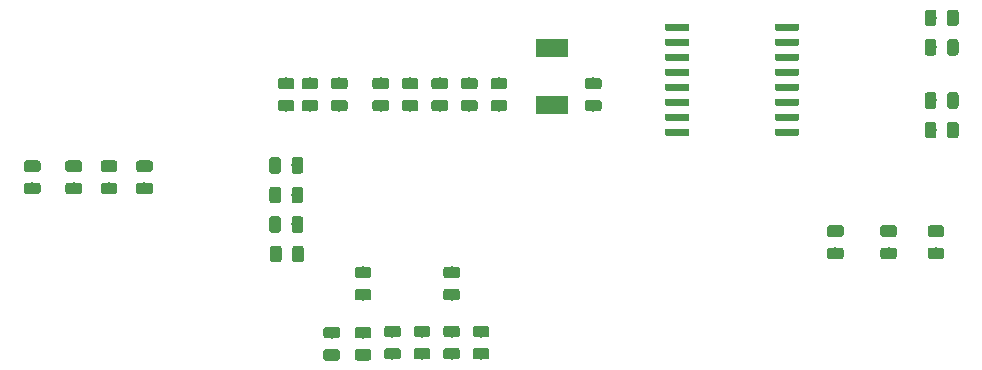
<source format=gbr>
G04 #@! TF.GenerationSoftware,KiCad,Pcbnew,(5.1.4)-1*
G04 #@! TF.CreationDate,2022-02-09T09:53:17-03:00*
G04 #@! TF.ProjectId,PLC_ESP32,504c435f-4553-4503-9332-2e6b69636164,rev?*
G04 #@! TF.SameCoordinates,Original*
G04 #@! TF.FileFunction,Paste,Bot*
G04 #@! TF.FilePolarity,Positive*
%FSLAX46Y46*%
G04 Gerber Fmt 4.6, Leading zero omitted, Abs format (unit mm)*
G04 Created by KiCad (PCBNEW (5.1.4)-1) date 2022-02-09 09:53:17*
%MOMM*%
%LPD*%
G04 APERTURE LIST*
%ADD10C,0.100000*%
%ADD11C,0.600000*%
%ADD12C,0.975000*%
%ADD13R,2.700000X1.500000*%
G04 APERTURE END LIST*
D10*
G36*
X152489703Y-105005722D02*
G01*
X152504264Y-105007882D01*
X152518543Y-105011459D01*
X152532403Y-105016418D01*
X152545710Y-105022712D01*
X152558336Y-105030280D01*
X152570159Y-105039048D01*
X152581066Y-105048934D01*
X152590952Y-105059841D01*
X152599720Y-105071664D01*
X152607288Y-105084290D01*
X152613582Y-105097597D01*
X152618541Y-105111457D01*
X152622118Y-105125736D01*
X152624278Y-105140297D01*
X152625000Y-105155000D01*
X152625000Y-105455000D01*
X152624278Y-105469703D01*
X152622118Y-105484264D01*
X152618541Y-105498543D01*
X152613582Y-105512403D01*
X152607288Y-105525710D01*
X152599720Y-105538336D01*
X152590952Y-105550159D01*
X152581066Y-105561066D01*
X152570159Y-105570952D01*
X152558336Y-105579720D01*
X152545710Y-105587288D01*
X152532403Y-105593582D01*
X152518543Y-105598541D01*
X152504264Y-105602118D01*
X152489703Y-105604278D01*
X152475000Y-105605000D01*
X150725000Y-105605000D01*
X150710297Y-105604278D01*
X150695736Y-105602118D01*
X150681457Y-105598541D01*
X150667597Y-105593582D01*
X150654290Y-105587288D01*
X150641664Y-105579720D01*
X150629841Y-105570952D01*
X150618934Y-105561066D01*
X150609048Y-105550159D01*
X150600280Y-105538336D01*
X150592712Y-105525710D01*
X150586418Y-105512403D01*
X150581459Y-105498543D01*
X150577882Y-105484264D01*
X150575722Y-105469703D01*
X150575000Y-105455000D01*
X150575000Y-105155000D01*
X150575722Y-105140297D01*
X150577882Y-105125736D01*
X150581459Y-105111457D01*
X150586418Y-105097597D01*
X150592712Y-105084290D01*
X150600280Y-105071664D01*
X150609048Y-105059841D01*
X150618934Y-105048934D01*
X150629841Y-105039048D01*
X150641664Y-105030280D01*
X150654290Y-105022712D01*
X150667597Y-105016418D01*
X150681457Y-105011459D01*
X150695736Y-105007882D01*
X150710297Y-105005722D01*
X150725000Y-105005000D01*
X152475000Y-105005000D01*
X152489703Y-105005722D01*
X152489703Y-105005722D01*
G37*
D11*
X151600000Y-105305000D03*
D10*
G36*
X152489703Y-106275722D02*
G01*
X152504264Y-106277882D01*
X152518543Y-106281459D01*
X152532403Y-106286418D01*
X152545710Y-106292712D01*
X152558336Y-106300280D01*
X152570159Y-106309048D01*
X152581066Y-106318934D01*
X152590952Y-106329841D01*
X152599720Y-106341664D01*
X152607288Y-106354290D01*
X152613582Y-106367597D01*
X152618541Y-106381457D01*
X152622118Y-106395736D01*
X152624278Y-106410297D01*
X152625000Y-106425000D01*
X152625000Y-106725000D01*
X152624278Y-106739703D01*
X152622118Y-106754264D01*
X152618541Y-106768543D01*
X152613582Y-106782403D01*
X152607288Y-106795710D01*
X152599720Y-106808336D01*
X152590952Y-106820159D01*
X152581066Y-106831066D01*
X152570159Y-106840952D01*
X152558336Y-106849720D01*
X152545710Y-106857288D01*
X152532403Y-106863582D01*
X152518543Y-106868541D01*
X152504264Y-106872118D01*
X152489703Y-106874278D01*
X152475000Y-106875000D01*
X150725000Y-106875000D01*
X150710297Y-106874278D01*
X150695736Y-106872118D01*
X150681457Y-106868541D01*
X150667597Y-106863582D01*
X150654290Y-106857288D01*
X150641664Y-106849720D01*
X150629841Y-106840952D01*
X150618934Y-106831066D01*
X150609048Y-106820159D01*
X150600280Y-106808336D01*
X150592712Y-106795710D01*
X150586418Y-106782403D01*
X150581459Y-106768543D01*
X150577882Y-106754264D01*
X150575722Y-106739703D01*
X150575000Y-106725000D01*
X150575000Y-106425000D01*
X150575722Y-106410297D01*
X150577882Y-106395736D01*
X150581459Y-106381457D01*
X150586418Y-106367597D01*
X150592712Y-106354290D01*
X150600280Y-106341664D01*
X150609048Y-106329841D01*
X150618934Y-106318934D01*
X150629841Y-106309048D01*
X150641664Y-106300280D01*
X150654290Y-106292712D01*
X150667597Y-106286418D01*
X150681457Y-106281459D01*
X150695736Y-106277882D01*
X150710297Y-106275722D01*
X150725000Y-106275000D01*
X152475000Y-106275000D01*
X152489703Y-106275722D01*
X152489703Y-106275722D01*
G37*
D11*
X151600000Y-106575000D03*
D10*
G36*
X152489703Y-107545722D02*
G01*
X152504264Y-107547882D01*
X152518543Y-107551459D01*
X152532403Y-107556418D01*
X152545710Y-107562712D01*
X152558336Y-107570280D01*
X152570159Y-107579048D01*
X152581066Y-107588934D01*
X152590952Y-107599841D01*
X152599720Y-107611664D01*
X152607288Y-107624290D01*
X152613582Y-107637597D01*
X152618541Y-107651457D01*
X152622118Y-107665736D01*
X152624278Y-107680297D01*
X152625000Y-107695000D01*
X152625000Y-107995000D01*
X152624278Y-108009703D01*
X152622118Y-108024264D01*
X152618541Y-108038543D01*
X152613582Y-108052403D01*
X152607288Y-108065710D01*
X152599720Y-108078336D01*
X152590952Y-108090159D01*
X152581066Y-108101066D01*
X152570159Y-108110952D01*
X152558336Y-108119720D01*
X152545710Y-108127288D01*
X152532403Y-108133582D01*
X152518543Y-108138541D01*
X152504264Y-108142118D01*
X152489703Y-108144278D01*
X152475000Y-108145000D01*
X150725000Y-108145000D01*
X150710297Y-108144278D01*
X150695736Y-108142118D01*
X150681457Y-108138541D01*
X150667597Y-108133582D01*
X150654290Y-108127288D01*
X150641664Y-108119720D01*
X150629841Y-108110952D01*
X150618934Y-108101066D01*
X150609048Y-108090159D01*
X150600280Y-108078336D01*
X150592712Y-108065710D01*
X150586418Y-108052403D01*
X150581459Y-108038543D01*
X150577882Y-108024264D01*
X150575722Y-108009703D01*
X150575000Y-107995000D01*
X150575000Y-107695000D01*
X150575722Y-107680297D01*
X150577882Y-107665736D01*
X150581459Y-107651457D01*
X150586418Y-107637597D01*
X150592712Y-107624290D01*
X150600280Y-107611664D01*
X150609048Y-107599841D01*
X150618934Y-107588934D01*
X150629841Y-107579048D01*
X150641664Y-107570280D01*
X150654290Y-107562712D01*
X150667597Y-107556418D01*
X150681457Y-107551459D01*
X150695736Y-107547882D01*
X150710297Y-107545722D01*
X150725000Y-107545000D01*
X152475000Y-107545000D01*
X152489703Y-107545722D01*
X152489703Y-107545722D01*
G37*
D11*
X151600000Y-107845000D03*
D10*
G36*
X152489703Y-108815722D02*
G01*
X152504264Y-108817882D01*
X152518543Y-108821459D01*
X152532403Y-108826418D01*
X152545710Y-108832712D01*
X152558336Y-108840280D01*
X152570159Y-108849048D01*
X152581066Y-108858934D01*
X152590952Y-108869841D01*
X152599720Y-108881664D01*
X152607288Y-108894290D01*
X152613582Y-108907597D01*
X152618541Y-108921457D01*
X152622118Y-108935736D01*
X152624278Y-108950297D01*
X152625000Y-108965000D01*
X152625000Y-109265000D01*
X152624278Y-109279703D01*
X152622118Y-109294264D01*
X152618541Y-109308543D01*
X152613582Y-109322403D01*
X152607288Y-109335710D01*
X152599720Y-109348336D01*
X152590952Y-109360159D01*
X152581066Y-109371066D01*
X152570159Y-109380952D01*
X152558336Y-109389720D01*
X152545710Y-109397288D01*
X152532403Y-109403582D01*
X152518543Y-109408541D01*
X152504264Y-109412118D01*
X152489703Y-109414278D01*
X152475000Y-109415000D01*
X150725000Y-109415000D01*
X150710297Y-109414278D01*
X150695736Y-109412118D01*
X150681457Y-109408541D01*
X150667597Y-109403582D01*
X150654290Y-109397288D01*
X150641664Y-109389720D01*
X150629841Y-109380952D01*
X150618934Y-109371066D01*
X150609048Y-109360159D01*
X150600280Y-109348336D01*
X150592712Y-109335710D01*
X150586418Y-109322403D01*
X150581459Y-109308543D01*
X150577882Y-109294264D01*
X150575722Y-109279703D01*
X150575000Y-109265000D01*
X150575000Y-108965000D01*
X150575722Y-108950297D01*
X150577882Y-108935736D01*
X150581459Y-108921457D01*
X150586418Y-108907597D01*
X150592712Y-108894290D01*
X150600280Y-108881664D01*
X150609048Y-108869841D01*
X150618934Y-108858934D01*
X150629841Y-108849048D01*
X150641664Y-108840280D01*
X150654290Y-108832712D01*
X150667597Y-108826418D01*
X150681457Y-108821459D01*
X150695736Y-108817882D01*
X150710297Y-108815722D01*
X150725000Y-108815000D01*
X152475000Y-108815000D01*
X152489703Y-108815722D01*
X152489703Y-108815722D01*
G37*
D11*
X151600000Y-109115000D03*
D10*
G36*
X152489703Y-110085722D02*
G01*
X152504264Y-110087882D01*
X152518543Y-110091459D01*
X152532403Y-110096418D01*
X152545710Y-110102712D01*
X152558336Y-110110280D01*
X152570159Y-110119048D01*
X152581066Y-110128934D01*
X152590952Y-110139841D01*
X152599720Y-110151664D01*
X152607288Y-110164290D01*
X152613582Y-110177597D01*
X152618541Y-110191457D01*
X152622118Y-110205736D01*
X152624278Y-110220297D01*
X152625000Y-110235000D01*
X152625000Y-110535000D01*
X152624278Y-110549703D01*
X152622118Y-110564264D01*
X152618541Y-110578543D01*
X152613582Y-110592403D01*
X152607288Y-110605710D01*
X152599720Y-110618336D01*
X152590952Y-110630159D01*
X152581066Y-110641066D01*
X152570159Y-110650952D01*
X152558336Y-110659720D01*
X152545710Y-110667288D01*
X152532403Y-110673582D01*
X152518543Y-110678541D01*
X152504264Y-110682118D01*
X152489703Y-110684278D01*
X152475000Y-110685000D01*
X150725000Y-110685000D01*
X150710297Y-110684278D01*
X150695736Y-110682118D01*
X150681457Y-110678541D01*
X150667597Y-110673582D01*
X150654290Y-110667288D01*
X150641664Y-110659720D01*
X150629841Y-110650952D01*
X150618934Y-110641066D01*
X150609048Y-110630159D01*
X150600280Y-110618336D01*
X150592712Y-110605710D01*
X150586418Y-110592403D01*
X150581459Y-110578543D01*
X150577882Y-110564264D01*
X150575722Y-110549703D01*
X150575000Y-110535000D01*
X150575000Y-110235000D01*
X150575722Y-110220297D01*
X150577882Y-110205736D01*
X150581459Y-110191457D01*
X150586418Y-110177597D01*
X150592712Y-110164290D01*
X150600280Y-110151664D01*
X150609048Y-110139841D01*
X150618934Y-110128934D01*
X150629841Y-110119048D01*
X150641664Y-110110280D01*
X150654290Y-110102712D01*
X150667597Y-110096418D01*
X150681457Y-110091459D01*
X150695736Y-110087882D01*
X150710297Y-110085722D01*
X150725000Y-110085000D01*
X152475000Y-110085000D01*
X152489703Y-110085722D01*
X152489703Y-110085722D01*
G37*
D11*
X151600000Y-110385000D03*
D10*
G36*
X152489703Y-111355722D02*
G01*
X152504264Y-111357882D01*
X152518543Y-111361459D01*
X152532403Y-111366418D01*
X152545710Y-111372712D01*
X152558336Y-111380280D01*
X152570159Y-111389048D01*
X152581066Y-111398934D01*
X152590952Y-111409841D01*
X152599720Y-111421664D01*
X152607288Y-111434290D01*
X152613582Y-111447597D01*
X152618541Y-111461457D01*
X152622118Y-111475736D01*
X152624278Y-111490297D01*
X152625000Y-111505000D01*
X152625000Y-111805000D01*
X152624278Y-111819703D01*
X152622118Y-111834264D01*
X152618541Y-111848543D01*
X152613582Y-111862403D01*
X152607288Y-111875710D01*
X152599720Y-111888336D01*
X152590952Y-111900159D01*
X152581066Y-111911066D01*
X152570159Y-111920952D01*
X152558336Y-111929720D01*
X152545710Y-111937288D01*
X152532403Y-111943582D01*
X152518543Y-111948541D01*
X152504264Y-111952118D01*
X152489703Y-111954278D01*
X152475000Y-111955000D01*
X150725000Y-111955000D01*
X150710297Y-111954278D01*
X150695736Y-111952118D01*
X150681457Y-111948541D01*
X150667597Y-111943582D01*
X150654290Y-111937288D01*
X150641664Y-111929720D01*
X150629841Y-111920952D01*
X150618934Y-111911066D01*
X150609048Y-111900159D01*
X150600280Y-111888336D01*
X150592712Y-111875710D01*
X150586418Y-111862403D01*
X150581459Y-111848543D01*
X150577882Y-111834264D01*
X150575722Y-111819703D01*
X150575000Y-111805000D01*
X150575000Y-111505000D01*
X150575722Y-111490297D01*
X150577882Y-111475736D01*
X150581459Y-111461457D01*
X150586418Y-111447597D01*
X150592712Y-111434290D01*
X150600280Y-111421664D01*
X150609048Y-111409841D01*
X150618934Y-111398934D01*
X150629841Y-111389048D01*
X150641664Y-111380280D01*
X150654290Y-111372712D01*
X150667597Y-111366418D01*
X150681457Y-111361459D01*
X150695736Y-111357882D01*
X150710297Y-111355722D01*
X150725000Y-111355000D01*
X152475000Y-111355000D01*
X152489703Y-111355722D01*
X152489703Y-111355722D01*
G37*
D11*
X151600000Y-111655000D03*
D10*
G36*
X152489703Y-112625722D02*
G01*
X152504264Y-112627882D01*
X152518543Y-112631459D01*
X152532403Y-112636418D01*
X152545710Y-112642712D01*
X152558336Y-112650280D01*
X152570159Y-112659048D01*
X152581066Y-112668934D01*
X152590952Y-112679841D01*
X152599720Y-112691664D01*
X152607288Y-112704290D01*
X152613582Y-112717597D01*
X152618541Y-112731457D01*
X152622118Y-112745736D01*
X152624278Y-112760297D01*
X152625000Y-112775000D01*
X152625000Y-113075000D01*
X152624278Y-113089703D01*
X152622118Y-113104264D01*
X152618541Y-113118543D01*
X152613582Y-113132403D01*
X152607288Y-113145710D01*
X152599720Y-113158336D01*
X152590952Y-113170159D01*
X152581066Y-113181066D01*
X152570159Y-113190952D01*
X152558336Y-113199720D01*
X152545710Y-113207288D01*
X152532403Y-113213582D01*
X152518543Y-113218541D01*
X152504264Y-113222118D01*
X152489703Y-113224278D01*
X152475000Y-113225000D01*
X150725000Y-113225000D01*
X150710297Y-113224278D01*
X150695736Y-113222118D01*
X150681457Y-113218541D01*
X150667597Y-113213582D01*
X150654290Y-113207288D01*
X150641664Y-113199720D01*
X150629841Y-113190952D01*
X150618934Y-113181066D01*
X150609048Y-113170159D01*
X150600280Y-113158336D01*
X150592712Y-113145710D01*
X150586418Y-113132403D01*
X150581459Y-113118543D01*
X150577882Y-113104264D01*
X150575722Y-113089703D01*
X150575000Y-113075000D01*
X150575000Y-112775000D01*
X150575722Y-112760297D01*
X150577882Y-112745736D01*
X150581459Y-112731457D01*
X150586418Y-112717597D01*
X150592712Y-112704290D01*
X150600280Y-112691664D01*
X150609048Y-112679841D01*
X150618934Y-112668934D01*
X150629841Y-112659048D01*
X150641664Y-112650280D01*
X150654290Y-112642712D01*
X150667597Y-112636418D01*
X150681457Y-112631459D01*
X150695736Y-112627882D01*
X150710297Y-112625722D01*
X150725000Y-112625000D01*
X152475000Y-112625000D01*
X152489703Y-112625722D01*
X152489703Y-112625722D01*
G37*
D11*
X151600000Y-112925000D03*
D10*
G36*
X152489703Y-113895722D02*
G01*
X152504264Y-113897882D01*
X152518543Y-113901459D01*
X152532403Y-113906418D01*
X152545710Y-113912712D01*
X152558336Y-113920280D01*
X152570159Y-113929048D01*
X152581066Y-113938934D01*
X152590952Y-113949841D01*
X152599720Y-113961664D01*
X152607288Y-113974290D01*
X152613582Y-113987597D01*
X152618541Y-114001457D01*
X152622118Y-114015736D01*
X152624278Y-114030297D01*
X152625000Y-114045000D01*
X152625000Y-114345000D01*
X152624278Y-114359703D01*
X152622118Y-114374264D01*
X152618541Y-114388543D01*
X152613582Y-114402403D01*
X152607288Y-114415710D01*
X152599720Y-114428336D01*
X152590952Y-114440159D01*
X152581066Y-114451066D01*
X152570159Y-114460952D01*
X152558336Y-114469720D01*
X152545710Y-114477288D01*
X152532403Y-114483582D01*
X152518543Y-114488541D01*
X152504264Y-114492118D01*
X152489703Y-114494278D01*
X152475000Y-114495000D01*
X150725000Y-114495000D01*
X150710297Y-114494278D01*
X150695736Y-114492118D01*
X150681457Y-114488541D01*
X150667597Y-114483582D01*
X150654290Y-114477288D01*
X150641664Y-114469720D01*
X150629841Y-114460952D01*
X150618934Y-114451066D01*
X150609048Y-114440159D01*
X150600280Y-114428336D01*
X150592712Y-114415710D01*
X150586418Y-114402403D01*
X150581459Y-114388543D01*
X150577882Y-114374264D01*
X150575722Y-114359703D01*
X150575000Y-114345000D01*
X150575000Y-114045000D01*
X150575722Y-114030297D01*
X150577882Y-114015736D01*
X150581459Y-114001457D01*
X150586418Y-113987597D01*
X150592712Y-113974290D01*
X150600280Y-113961664D01*
X150609048Y-113949841D01*
X150618934Y-113938934D01*
X150629841Y-113929048D01*
X150641664Y-113920280D01*
X150654290Y-113912712D01*
X150667597Y-113906418D01*
X150681457Y-113901459D01*
X150695736Y-113897882D01*
X150710297Y-113895722D01*
X150725000Y-113895000D01*
X152475000Y-113895000D01*
X152489703Y-113895722D01*
X152489703Y-113895722D01*
G37*
D11*
X151600000Y-114195000D03*
D10*
G36*
X161789703Y-113895722D02*
G01*
X161804264Y-113897882D01*
X161818543Y-113901459D01*
X161832403Y-113906418D01*
X161845710Y-113912712D01*
X161858336Y-113920280D01*
X161870159Y-113929048D01*
X161881066Y-113938934D01*
X161890952Y-113949841D01*
X161899720Y-113961664D01*
X161907288Y-113974290D01*
X161913582Y-113987597D01*
X161918541Y-114001457D01*
X161922118Y-114015736D01*
X161924278Y-114030297D01*
X161925000Y-114045000D01*
X161925000Y-114345000D01*
X161924278Y-114359703D01*
X161922118Y-114374264D01*
X161918541Y-114388543D01*
X161913582Y-114402403D01*
X161907288Y-114415710D01*
X161899720Y-114428336D01*
X161890952Y-114440159D01*
X161881066Y-114451066D01*
X161870159Y-114460952D01*
X161858336Y-114469720D01*
X161845710Y-114477288D01*
X161832403Y-114483582D01*
X161818543Y-114488541D01*
X161804264Y-114492118D01*
X161789703Y-114494278D01*
X161775000Y-114495000D01*
X160025000Y-114495000D01*
X160010297Y-114494278D01*
X159995736Y-114492118D01*
X159981457Y-114488541D01*
X159967597Y-114483582D01*
X159954290Y-114477288D01*
X159941664Y-114469720D01*
X159929841Y-114460952D01*
X159918934Y-114451066D01*
X159909048Y-114440159D01*
X159900280Y-114428336D01*
X159892712Y-114415710D01*
X159886418Y-114402403D01*
X159881459Y-114388543D01*
X159877882Y-114374264D01*
X159875722Y-114359703D01*
X159875000Y-114345000D01*
X159875000Y-114045000D01*
X159875722Y-114030297D01*
X159877882Y-114015736D01*
X159881459Y-114001457D01*
X159886418Y-113987597D01*
X159892712Y-113974290D01*
X159900280Y-113961664D01*
X159909048Y-113949841D01*
X159918934Y-113938934D01*
X159929841Y-113929048D01*
X159941664Y-113920280D01*
X159954290Y-113912712D01*
X159967597Y-113906418D01*
X159981457Y-113901459D01*
X159995736Y-113897882D01*
X160010297Y-113895722D01*
X160025000Y-113895000D01*
X161775000Y-113895000D01*
X161789703Y-113895722D01*
X161789703Y-113895722D01*
G37*
D11*
X160900000Y-114195000D03*
D10*
G36*
X161789703Y-112625722D02*
G01*
X161804264Y-112627882D01*
X161818543Y-112631459D01*
X161832403Y-112636418D01*
X161845710Y-112642712D01*
X161858336Y-112650280D01*
X161870159Y-112659048D01*
X161881066Y-112668934D01*
X161890952Y-112679841D01*
X161899720Y-112691664D01*
X161907288Y-112704290D01*
X161913582Y-112717597D01*
X161918541Y-112731457D01*
X161922118Y-112745736D01*
X161924278Y-112760297D01*
X161925000Y-112775000D01*
X161925000Y-113075000D01*
X161924278Y-113089703D01*
X161922118Y-113104264D01*
X161918541Y-113118543D01*
X161913582Y-113132403D01*
X161907288Y-113145710D01*
X161899720Y-113158336D01*
X161890952Y-113170159D01*
X161881066Y-113181066D01*
X161870159Y-113190952D01*
X161858336Y-113199720D01*
X161845710Y-113207288D01*
X161832403Y-113213582D01*
X161818543Y-113218541D01*
X161804264Y-113222118D01*
X161789703Y-113224278D01*
X161775000Y-113225000D01*
X160025000Y-113225000D01*
X160010297Y-113224278D01*
X159995736Y-113222118D01*
X159981457Y-113218541D01*
X159967597Y-113213582D01*
X159954290Y-113207288D01*
X159941664Y-113199720D01*
X159929841Y-113190952D01*
X159918934Y-113181066D01*
X159909048Y-113170159D01*
X159900280Y-113158336D01*
X159892712Y-113145710D01*
X159886418Y-113132403D01*
X159881459Y-113118543D01*
X159877882Y-113104264D01*
X159875722Y-113089703D01*
X159875000Y-113075000D01*
X159875000Y-112775000D01*
X159875722Y-112760297D01*
X159877882Y-112745736D01*
X159881459Y-112731457D01*
X159886418Y-112717597D01*
X159892712Y-112704290D01*
X159900280Y-112691664D01*
X159909048Y-112679841D01*
X159918934Y-112668934D01*
X159929841Y-112659048D01*
X159941664Y-112650280D01*
X159954290Y-112642712D01*
X159967597Y-112636418D01*
X159981457Y-112631459D01*
X159995736Y-112627882D01*
X160010297Y-112625722D01*
X160025000Y-112625000D01*
X161775000Y-112625000D01*
X161789703Y-112625722D01*
X161789703Y-112625722D01*
G37*
D11*
X160900000Y-112925000D03*
D10*
G36*
X161789703Y-111355722D02*
G01*
X161804264Y-111357882D01*
X161818543Y-111361459D01*
X161832403Y-111366418D01*
X161845710Y-111372712D01*
X161858336Y-111380280D01*
X161870159Y-111389048D01*
X161881066Y-111398934D01*
X161890952Y-111409841D01*
X161899720Y-111421664D01*
X161907288Y-111434290D01*
X161913582Y-111447597D01*
X161918541Y-111461457D01*
X161922118Y-111475736D01*
X161924278Y-111490297D01*
X161925000Y-111505000D01*
X161925000Y-111805000D01*
X161924278Y-111819703D01*
X161922118Y-111834264D01*
X161918541Y-111848543D01*
X161913582Y-111862403D01*
X161907288Y-111875710D01*
X161899720Y-111888336D01*
X161890952Y-111900159D01*
X161881066Y-111911066D01*
X161870159Y-111920952D01*
X161858336Y-111929720D01*
X161845710Y-111937288D01*
X161832403Y-111943582D01*
X161818543Y-111948541D01*
X161804264Y-111952118D01*
X161789703Y-111954278D01*
X161775000Y-111955000D01*
X160025000Y-111955000D01*
X160010297Y-111954278D01*
X159995736Y-111952118D01*
X159981457Y-111948541D01*
X159967597Y-111943582D01*
X159954290Y-111937288D01*
X159941664Y-111929720D01*
X159929841Y-111920952D01*
X159918934Y-111911066D01*
X159909048Y-111900159D01*
X159900280Y-111888336D01*
X159892712Y-111875710D01*
X159886418Y-111862403D01*
X159881459Y-111848543D01*
X159877882Y-111834264D01*
X159875722Y-111819703D01*
X159875000Y-111805000D01*
X159875000Y-111505000D01*
X159875722Y-111490297D01*
X159877882Y-111475736D01*
X159881459Y-111461457D01*
X159886418Y-111447597D01*
X159892712Y-111434290D01*
X159900280Y-111421664D01*
X159909048Y-111409841D01*
X159918934Y-111398934D01*
X159929841Y-111389048D01*
X159941664Y-111380280D01*
X159954290Y-111372712D01*
X159967597Y-111366418D01*
X159981457Y-111361459D01*
X159995736Y-111357882D01*
X160010297Y-111355722D01*
X160025000Y-111355000D01*
X161775000Y-111355000D01*
X161789703Y-111355722D01*
X161789703Y-111355722D01*
G37*
D11*
X160900000Y-111655000D03*
D10*
G36*
X161789703Y-110085722D02*
G01*
X161804264Y-110087882D01*
X161818543Y-110091459D01*
X161832403Y-110096418D01*
X161845710Y-110102712D01*
X161858336Y-110110280D01*
X161870159Y-110119048D01*
X161881066Y-110128934D01*
X161890952Y-110139841D01*
X161899720Y-110151664D01*
X161907288Y-110164290D01*
X161913582Y-110177597D01*
X161918541Y-110191457D01*
X161922118Y-110205736D01*
X161924278Y-110220297D01*
X161925000Y-110235000D01*
X161925000Y-110535000D01*
X161924278Y-110549703D01*
X161922118Y-110564264D01*
X161918541Y-110578543D01*
X161913582Y-110592403D01*
X161907288Y-110605710D01*
X161899720Y-110618336D01*
X161890952Y-110630159D01*
X161881066Y-110641066D01*
X161870159Y-110650952D01*
X161858336Y-110659720D01*
X161845710Y-110667288D01*
X161832403Y-110673582D01*
X161818543Y-110678541D01*
X161804264Y-110682118D01*
X161789703Y-110684278D01*
X161775000Y-110685000D01*
X160025000Y-110685000D01*
X160010297Y-110684278D01*
X159995736Y-110682118D01*
X159981457Y-110678541D01*
X159967597Y-110673582D01*
X159954290Y-110667288D01*
X159941664Y-110659720D01*
X159929841Y-110650952D01*
X159918934Y-110641066D01*
X159909048Y-110630159D01*
X159900280Y-110618336D01*
X159892712Y-110605710D01*
X159886418Y-110592403D01*
X159881459Y-110578543D01*
X159877882Y-110564264D01*
X159875722Y-110549703D01*
X159875000Y-110535000D01*
X159875000Y-110235000D01*
X159875722Y-110220297D01*
X159877882Y-110205736D01*
X159881459Y-110191457D01*
X159886418Y-110177597D01*
X159892712Y-110164290D01*
X159900280Y-110151664D01*
X159909048Y-110139841D01*
X159918934Y-110128934D01*
X159929841Y-110119048D01*
X159941664Y-110110280D01*
X159954290Y-110102712D01*
X159967597Y-110096418D01*
X159981457Y-110091459D01*
X159995736Y-110087882D01*
X160010297Y-110085722D01*
X160025000Y-110085000D01*
X161775000Y-110085000D01*
X161789703Y-110085722D01*
X161789703Y-110085722D01*
G37*
D11*
X160900000Y-110385000D03*
D10*
G36*
X161789703Y-108815722D02*
G01*
X161804264Y-108817882D01*
X161818543Y-108821459D01*
X161832403Y-108826418D01*
X161845710Y-108832712D01*
X161858336Y-108840280D01*
X161870159Y-108849048D01*
X161881066Y-108858934D01*
X161890952Y-108869841D01*
X161899720Y-108881664D01*
X161907288Y-108894290D01*
X161913582Y-108907597D01*
X161918541Y-108921457D01*
X161922118Y-108935736D01*
X161924278Y-108950297D01*
X161925000Y-108965000D01*
X161925000Y-109265000D01*
X161924278Y-109279703D01*
X161922118Y-109294264D01*
X161918541Y-109308543D01*
X161913582Y-109322403D01*
X161907288Y-109335710D01*
X161899720Y-109348336D01*
X161890952Y-109360159D01*
X161881066Y-109371066D01*
X161870159Y-109380952D01*
X161858336Y-109389720D01*
X161845710Y-109397288D01*
X161832403Y-109403582D01*
X161818543Y-109408541D01*
X161804264Y-109412118D01*
X161789703Y-109414278D01*
X161775000Y-109415000D01*
X160025000Y-109415000D01*
X160010297Y-109414278D01*
X159995736Y-109412118D01*
X159981457Y-109408541D01*
X159967597Y-109403582D01*
X159954290Y-109397288D01*
X159941664Y-109389720D01*
X159929841Y-109380952D01*
X159918934Y-109371066D01*
X159909048Y-109360159D01*
X159900280Y-109348336D01*
X159892712Y-109335710D01*
X159886418Y-109322403D01*
X159881459Y-109308543D01*
X159877882Y-109294264D01*
X159875722Y-109279703D01*
X159875000Y-109265000D01*
X159875000Y-108965000D01*
X159875722Y-108950297D01*
X159877882Y-108935736D01*
X159881459Y-108921457D01*
X159886418Y-108907597D01*
X159892712Y-108894290D01*
X159900280Y-108881664D01*
X159909048Y-108869841D01*
X159918934Y-108858934D01*
X159929841Y-108849048D01*
X159941664Y-108840280D01*
X159954290Y-108832712D01*
X159967597Y-108826418D01*
X159981457Y-108821459D01*
X159995736Y-108817882D01*
X160010297Y-108815722D01*
X160025000Y-108815000D01*
X161775000Y-108815000D01*
X161789703Y-108815722D01*
X161789703Y-108815722D01*
G37*
D11*
X160900000Y-109115000D03*
D10*
G36*
X161789703Y-107545722D02*
G01*
X161804264Y-107547882D01*
X161818543Y-107551459D01*
X161832403Y-107556418D01*
X161845710Y-107562712D01*
X161858336Y-107570280D01*
X161870159Y-107579048D01*
X161881066Y-107588934D01*
X161890952Y-107599841D01*
X161899720Y-107611664D01*
X161907288Y-107624290D01*
X161913582Y-107637597D01*
X161918541Y-107651457D01*
X161922118Y-107665736D01*
X161924278Y-107680297D01*
X161925000Y-107695000D01*
X161925000Y-107995000D01*
X161924278Y-108009703D01*
X161922118Y-108024264D01*
X161918541Y-108038543D01*
X161913582Y-108052403D01*
X161907288Y-108065710D01*
X161899720Y-108078336D01*
X161890952Y-108090159D01*
X161881066Y-108101066D01*
X161870159Y-108110952D01*
X161858336Y-108119720D01*
X161845710Y-108127288D01*
X161832403Y-108133582D01*
X161818543Y-108138541D01*
X161804264Y-108142118D01*
X161789703Y-108144278D01*
X161775000Y-108145000D01*
X160025000Y-108145000D01*
X160010297Y-108144278D01*
X159995736Y-108142118D01*
X159981457Y-108138541D01*
X159967597Y-108133582D01*
X159954290Y-108127288D01*
X159941664Y-108119720D01*
X159929841Y-108110952D01*
X159918934Y-108101066D01*
X159909048Y-108090159D01*
X159900280Y-108078336D01*
X159892712Y-108065710D01*
X159886418Y-108052403D01*
X159881459Y-108038543D01*
X159877882Y-108024264D01*
X159875722Y-108009703D01*
X159875000Y-107995000D01*
X159875000Y-107695000D01*
X159875722Y-107680297D01*
X159877882Y-107665736D01*
X159881459Y-107651457D01*
X159886418Y-107637597D01*
X159892712Y-107624290D01*
X159900280Y-107611664D01*
X159909048Y-107599841D01*
X159918934Y-107588934D01*
X159929841Y-107579048D01*
X159941664Y-107570280D01*
X159954290Y-107562712D01*
X159967597Y-107556418D01*
X159981457Y-107551459D01*
X159995736Y-107547882D01*
X160010297Y-107545722D01*
X160025000Y-107545000D01*
X161775000Y-107545000D01*
X161789703Y-107545722D01*
X161789703Y-107545722D01*
G37*
D11*
X160900000Y-107845000D03*
D10*
G36*
X161789703Y-106275722D02*
G01*
X161804264Y-106277882D01*
X161818543Y-106281459D01*
X161832403Y-106286418D01*
X161845710Y-106292712D01*
X161858336Y-106300280D01*
X161870159Y-106309048D01*
X161881066Y-106318934D01*
X161890952Y-106329841D01*
X161899720Y-106341664D01*
X161907288Y-106354290D01*
X161913582Y-106367597D01*
X161918541Y-106381457D01*
X161922118Y-106395736D01*
X161924278Y-106410297D01*
X161925000Y-106425000D01*
X161925000Y-106725000D01*
X161924278Y-106739703D01*
X161922118Y-106754264D01*
X161918541Y-106768543D01*
X161913582Y-106782403D01*
X161907288Y-106795710D01*
X161899720Y-106808336D01*
X161890952Y-106820159D01*
X161881066Y-106831066D01*
X161870159Y-106840952D01*
X161858336Y-106849720D01*
X161845710Y-106857288D01*
X161832403Y-106863582D01*
X161818543Y-106868541D01*
X161804264Y-106872118D01*
X161789703Y-106874278D01*
X161775000Y-106875000D01*
X160025000Y-106875000D01*
X160010297Y-106874278D01*
X159995736Y-106872118D01*
X159981457Y-106868541D01*
X159967597Y-106863582D01*
X159954290Y-106857288D01*
X159941664Y-106849720D01*
X159929841Y-106840952D01*
X159918934Y-106831066D01*
X159909048Y-106820159D01*
X159900280Y-106808336D01*
X159892712Y-106795710D01*
X159886418Y-106782403D01*
X159881459Y-106768543D01*
X159877882Y-106754264D01*
X159875722Y-106739703D01*
X159875000Y-106725000D01*
X159875000Y-106425000D01*
X159875722Y-106410297D01*
X159877882Y-106395736D01*
X159881459Y-106381457D01*
X159886418Y-106367597D01*
X159892712Y-106354290D01*
X159900280Y-106341664D01*
X159909048Y-106329841D01*
X159918934Y-106318934D01*
X159929841Y-106309048D01*
X159941664Y-106300280D01*
X159954290Y-106292712D01*
X159967597Y-106286418D01*
X159981457Y-106281459D01*
X159995736Y-106277882D01*
X160010297Y-106275722D01*
X160025000Y-106275000D01*
X161775000Y-106275000D01*
X161789703Y-106275722D01*
X161789703Y-106275722D01*
G37*
D11*
X160900000Y-106575000D03*
D10*
G36*
X161789703Y-105005722D02*
G01*
X161804264Y-105007882D01*
X161818543Y-105011459D01*
X161832403Y-105016418D01*
X161845710Y-105022712D01*
X161858336Y-105030280D01*
X161870159Y-105039048D01*
X161881066Y-105048934D01*
X161890952Y-105059841D01*
X161899720Y-105071664D01*
X161907288Y-105084290D01*
X161913582Y-105097597D01*
X161918541Y-105111457D01*
X161922118Y-105125736D01*
X161924278Y-105140297D01*
X161925000Y-105155000D01*
X161925000Y-105455000D01*
X161924278Y-105469703D01*
X161922118Y-105484264D01*
X161918541Y-105498543D01*
X161913582Y-105512403D01*
X161907288Y-105525710D01*
X161899720Y-105538336D01*
X161890952Y-105550159D01*
X161881066Y-105561066D01*
X161870159Y-105570952D01*
X161858336Y-105579720D01*
X161845710Y-105587288D01*
X161832403Y-105593582D01*
X161818543Y-105598541D01*
X161804264Y-105602118D01*
X161789703Y-105604278D01*
X161775000Y-105605000D01*
X160025000Y-105605000D01*
X160010297Y-105604278D01*
X159995736Y-105602118D01*
X159981457Y-105598541D01*
X159967597Y-105593582D01*
X159954290Y-105587288D01*
X159941664Y-105579720D01*
X159929841Y-105570952D01*
X159918934Y-105561066D01*
X159909048Y-105550159D01*
X159900280Y-105538336D01*
X159892712Y-105525710D01*
X159886418Y-105512403D01*
X159881459Y-105498543D01*
X159877882Y-105484264D01*
X159875722Y-105469703D01*
X159875000Y-105455000D01*
X159875000Y-105155000D01*
X159875722Y-105140297D01*
X159877882Y-105125736D01*
X159881459Y-105111457D01*
X159886418Y-105097597D01*
X159892712Y-105084290D01*
X159900280Y-105071664D01*
X159909048Y-105059841D01*
X159918934Y-105048934D01*
X159929841Y-105039048D01*
X159941664Y-105030280D01*
X159954290Y-105022712D01*
X159967597Y-105016418D01*
X159981457Y-105011459D01*
X159995736Y-105007882D01*
X160010297Y-105005722D01*
X160025000Y-105005000D01*
X161775000Y-105005000D01*
X161789703Y-105005722D01*
X161789703Y-105005722D01*
G37*
D11*
X160900000Y-105305000D03*
D10*
G36*
X173330142Y-106301174D02*
G01*
X173353803Y-106304684D01*
X173377007Y-106310496D01*
X173399529Y-106318554D01*
X173421153Y-106328782D01*
X173441670Y-106341079D01*
X173460883Y-106355329D01*
X173478607Y-106371393D01*
X173494671Y-106389117D01*
X173508921Y-106408330D01*
X173521218Y-106428847D01*
X173531446Y-106450471D01*
X173539504Y-106472993D01*
X173545316Y-106496197D01*
X173548826Y-106519858D01*
X173550000Y-106543750D01*
X173550000Y-107456250D01*
X173548826Y-107480142D01*
X173545316Y-107503803D01*
X173539504Y-107527007D01*
X173531446Y-107549529D01*
X173521218Y-107571153D01*
X173508921Y-107591670D01*
X173494671Y-107610883D01*
X173478607Y-107628607D01*
X173460883Y-107644671D01*
X173441670Y-107658921D01*
X173421153Y-107671218D01*
X173399529Y-107681446D01*
X173377007Y-107689504D01*
X173353803Y-107695316D01*
X173330142Y-107698826D01*
X173306250Y-107700000D01*
X172818750Y-107700000D01*
X172794858Y-107698826D01*
X172771197Y-107695316D01*
X172747993Y-107689504D01*
X172725471Y-107681446D01*
X172703847Y-107671218D01*
X172683330Y-107658921D01*
X172664117Y-107644671D01*
X172646393Y-107628607D01*
X172630329Y-107610883D01*
X172616079Y-107591670D01*
X172603782Y-107571153D01*
X172593554Y-107549529D01*
X172585496Y-107527007D01*
X172579684Y-107503803D01*
X172576174Y-107480142D01*
X172575000Y-107456250D01*
X172575000Y-106543750D01*
X172576174Y-106519858D01*
X172579684Y-106496197D01*
X172585496Y-106472993D01*
X172593554Y-106450471D01*
X172603782Y-106428847D01*
X172616079Y-106408330D01*
X172630329Y-106389117D01*
X172646393Y-106371393D01*
X172664117Y-106355329D01*
X172683330Y-106341079D01*
X172703847Y-106328782D01*
X172725471Y-106318554D01*
X172747993Y-106310496D01*
X172771197Y-106304684D01*
X172794858Y-106301174D01*
X172818750Y-106300000D01*
X173306250Y-106300000D01*
X173330142Y-106301174D01*
X173330142Y-106301174D01*
G37*
D12*
X173062500Y-107000000D03*
D10*
G36*
X175205142Y-106301174D02*
G01*
X175228803Y-106304684D01*
X175252007Y-106310496D01*
X175274529Y-106318554D01*
X175296153Y-106328782D01*
X175316670Y-106341079D01*
X175335883Y-106355329D01*
X175353607Y-106371393D01*
X175369671Y-106389117D01*
X175383921Y-106408330D01*
X175396218Y-106428847D01*
X175406446Y-106450471D01*
X175414504Y-106472993D01*
X175420316Y-106496197D01*
X175423826Y-106519858D01*
X175425000Y-106543750D01*
X175425000Y-107456250D01*
X175423826Y-107480142D01*
X175420316Y-107503803D01*
X175414504Y-107527007D01*
X175406446Y-107549529D01*
X175396218Y-107571153D01*
X175383921Y-107591670D01*
X175369671Y-107610883D01*
X175353607Y-107628607D01*
X175335883Y-107644671D01*
X175316670Y-107658921D01*
X175296153Y-107671218D01*
X175274529Y-107681446D01*
X175252007Y-107689504D01*
X175228803Y-107695316D01*
X175205142Y-107698826D01*
X175181250Y-107700000D01*
X174693750Y-107700000D01*
X174669858Y-107698826D01*
X174646197Y-107695316D01*
X174622993Y-107689504D01*
X174600471Y-107681446D01*
X174578847Y-107671218D01*
X174558330Y-107658921D01*
X174539117Y-107644671D01*
X174521393Y-107628607D01*
X174505329Y-107610883D01*
X174491079Y-107591670D01*
X174478782Y-107571153D01*
X174468554Y-107549529D01*
X174460496Y-107527007D01*
X174454684Y-107503803D01*
X174451174Y-107480142D01*
X174450000Y-107456250D01*
X174450000Y-106543750D01*
X174451174Y-106519858D01*
X174454684Y-106496197D01*
X174460496Y-106472993D01*
X174468554Y-106450471D01*
X174478782Y-106428847D01*
X174491079Y-106408330D01*
X174505329Y-106389117D01*
X174521393Y-106371393D01*
X174539117Y-106355329D01*
X174558330Y-106341079D01*
X174578847Y-106328782D01*
X174600471Y-106318554D01*
X174622993Y-106310496D01*
X174646197Y-106304684D01*
X174669858Y-106301174D01*
X174693750Y-106300000D01*
X175181250Y-106300000D01*
X175205142Y-106301174D01*
X175205142Y-106301174D01*
G37*
D12*
X174937500Y-107000000D03*
D10*
G36*
X173330142Y-103801174D02*
G01*
X173353803Y-103804684D01*
X173377007Y-103810496D01*
X173399529Y-103818554D01*
X173421153Y-103828782D01*
X173441670Y-103841079D01*
X173460883Y-103855329D01*
X173478607Y-103871393D01*
X173494671Y-103889117D01*
X173508921Y-103908330D01*
X173521218Y-103928847D01*
X173531446Y-103950471D01*
X173539504Y-103972993D01*
X173545316Y-103996197D01*
X173548826Y-104019858D01*
X173550000Y-104043750D01*
X173550000Y-104956250D01*
X173548826Y-104980142D01*
X173545316Y-105003803D01*
X173539504Y-105027007D01*
X173531446Y-105049529D01*
X173521218Y-105071153D01*
X173508921Y-105091670D01*
X173494671Y-105110883D01*
X173478607Y-105128607D01*
X173460883Y-105144671D01*
X173441670Y-105158921D01*
X173421153Y-105171218D01*
X173399529Y-105181446D01*
X173377007Y-105189504D01*
X173353803Y-105195316D01*
X173330142Y-105198826D01*
X173306250Y-105200000D01*
X172818750Y-105200000D01*
X172794858Y-105198826D01*
X172771197Y-105195316D01*
X172747993Y-105189504D01*
X172725471Y-105181446D01*
X172703847Y-105171218D01*
X172683330Y-105158921D01*
X172664117Y-105144671D01*
X172646393Y-105128607D01*
X172630329Y-105110883D01*
X172616079Y-105091670D01*
X172603782Y-105071153D01*
X172593554Y-105049529D01*
X172585496Y-105027007D01*
X172579684Y-105003803D01*
X172576174Y-104980142D01*
X172575000Y-104956250D01*
X172575000Y-104043750D01*
X172576174Y-104019858D01*
X172579684Y-103996197D01*
X172585496Y-103972993D01*
X172593554Y-103950471D01*
X172603782Y-103928847D01*
X172616079Y-103908330D01*
X172630329Y-103889117D01*
X172646393Y-103871393D01*
X172664117Y-103855329D01*
X172683330Y-103841079D01*
X172703847Y-103828782D01*
X172725471Y-103818554D01*
X172747993Y-103810496D01*
X172771197Y-103804684D01*
X172794858Y-103801174D01*
X172818750Y-103800000D01*
X173306250Y-103800000D01*
X173330142Y-103801174D01*
X173330142Y-103801174D01*
G37*
D12*
X173062500Y-104500000D03*
D10*
G36*
X175205142Y-103801174D02*
G01*
X175228803Y-103804684D01*
X175252007Y-103810496D01*
X175274529Y-103818554D01*
X175296153Y-103828782D01*
X175316670Y-103841079D01*
X175335883Y-103855329D01*
X175353607Y-103871393D01*
X175369671Y-103889117D01*
X175383921Y-103908330D01*
X175396218Y-103928847D01*
X175406446Y-103950471D01*
X175414504Y-103972993D01*
X175420316Y-103996197D01*
X175423826Y-104019858D01*
X175425000Y-104043750D01*
X175425000Y-104956250D01*
X175423826Y-104980142D01*
X175420316Y-105003803D01*
X175414504Y-105027007D01*
X175406446Y-105049529D01*
X175396218Y-105071153D01*
X175383921Y-105091670D01*
X175369671Y-105110883D01*
X175353607Y-105128607D01*
X175335883Y-105144671D01*
X175316670Y-105158921D01*
X175296153Y-105171218D01*
X175274529Y-105181446D01*
X175252007Y-105189504D01*
X175228803Y-105195316D01*
X175205142Y-105198826D01*
X175181250Y-105200000D01*
X174693750Y-105200000D01*
X174669858Y-105198826D01*
X174646197Y-105195316D01*
X174622993Y-105189504D01*
X174600471Y-105181446D01*
X174578847Y-105171218D01*
X174558330Y-105158921D01*
X174539117Y-105144671D01*
X174521393Y-105128607D01*
X174505329Y-105110883D01*
X174491079Y-105091670D01*
X174478782Y-105071153D01*
X174468554Y-105049529D01*
X174460496Y-105027007D01*
X174454684Y-105003803D01*
X174451174Y-104980142D01*
X174450000Y-104956250D01*
X174450000Y-104043750D01*
X174451174Y-104019858D01*
X174454684Y-103996197D01*
X174460496Y-103972993D01*
X174468554Y-103950471D01*
X174478782Y-103928847D01*
X174491079Y-103908330D01*
X174505329Y-103889117D01*
X174521393Y-103871393D01*
X174539117Y-103855329D01*
X174558330Y-103841079D01*
X174578847Y-103828782D01*
X174600471Y-103818554D01*
X174622993Y-103810496D01*
X174646197Y-103804684D01*
X174669858Y-103801174D01*
X174693750Y-103800000D01*
X175181250Y-103800000D01*
X175205142Y-103801174D01*
X175205142Y-103801174D01*
G37*
D12*
X174937500Y-104500000D03*
D10*
G36*
X144980142Y-111451174D02*
G01*
X145003803Y-111454684D01*
X145027007Y-111460496D01*
X145049529Y-111468554D01*
X145071153Y-111478782D01*
X145091670Y-111491079D01*
X145110883Y-111505329D01*
X145128607Y-111521393D01*
X145144671Y-111539117D01*
X145158921Y-111558330D01*
X145171218Y-111578847D01*
X145181446Y-111600471D01*
X145189504Y-111622993D01*
X145195316Y-111646197D01*
X145198826Y-111669858D01*
X145200000Y-111693750D01*
X145200000Y-112181250D01*
X145198826Y-112205142D01*
X145195316Y-112228803D01*
X145189504Y-112252007D01*
X145181446Y-112274529D01*
X145171218Y-112296153D01*
X145158921Y-112316670D01*
X145144671Y-112335883D01*
X145128607Y-112353607D01*
X145110883Y-112369671D01*
X145091670Y-112383921D01*
X145071153Y-112396218D01*
X145049529Y-112406446D01*
X145027007Y-112414504D01*
X145003803Y-112420316D01*
X144980142Y-112423826D01*
X144956250Y-112425000D01*
X144043750Y-112425000D01*
X144019858Y-112423826D01*
X143996197Y-112420316D01*
X143972993Y-112414504D01*
X143950471Y-112406446D01*
X143928847Y-112396218D01*
X143908330Y-112383921D01*
X143889117Y-112369671D01*
X143871393Y-112353607D01*
X143855329Y-112335883D01*
X143841079Y-112316670D01*
X143828782Y-112296153D01*
X143818554Y-112274529D01*
X143810496Y-112252007D01*
X143804684Y-112228803D01*
X143801174Y-112205142D01*
X143800000Y-112181250D01*
X143800000Y-111693750D01*
X143801174Y-111669858D01*
X143804684Y-111646197D01*
X143810496Y-111622993D01*
X143818554Y-111600471D01*
X143828782Y-111578847D01*
X143841079Y-111558330D01*
X143855329Y-111539117D01*
X143871393Y-111521393D01*
X143889117Y-111505329D01*
X143908330Y-111491079D01*
X143928847Y-111478782D01*
X143950471Y-111468554D01*
X143972993Y-111460496D01*
X143996197Y-111454684D01*
X144019858Y-111451174D01*
X144043750Y-111450000D01*
X144956250Y-111450000D01*
X144980142Y-111451174D01*
X144980142Y-111451174D01*
G37*
D12*
X144500000Y-111937500D03*
D10*
G36*
X144980142Y-109576174D02*
G01*
X145003803Y-109579684D01*
X145027007Y-109585496D01*
X145049529Y-109593554D01*
X145071153Y-109603782D01*
X145091670Y-109616079D01*
X145110883Y-109630329D01*
X145128607Y-109646393D01*
X145144671Y-109664117D01*
X145158921Y-109683330D01*
X145171218Y-109703847D01*
X145181446Y-109725471D01*
X145189504Y-109747993D01*
X145195316Y-109771197D01*
X145198826Y-109794858D01*
X145200000Y-109818750D01*
X145200000Y-110306250D01*
X145198826Y-110330142D01*
X145195316Y-110353803D01*
X145189504Y-110377007D01*
X145181446Y-110399529D01*
X145171218Y-110421153D01*
X145158921Y-110441670D01*
X145144671Y-110460883D01*
X145128607Y-110478607D01*
X145110883Y-110494671D01*
X145091670Y-110508921D01*
X145071153Y-110521218D01*
X145049529Y-110531446D01*
X145027007Y-110539504D01*
X145003803Y-110545316D01*
X144980142Y-110548826D01*
X144956250Y-110550000D01*
X144043750Y-110550000D01*
X144019858Y-110548826D01*
X143996197Y-110545316D01*
X143972993Y-110539504D01*
X143950471Y-110531446D01*
X143928847Y-110521218D01*
X143908330Y-110508921D01*
X143889117Y-110494671D01*
X143871393Y-110478607D01*
X143855329Y-110460883D01*
X143841079Y-110441670D01*
X143828782Y-110421153D01*
X143818554Y-110399529D01*
X143810496Y-110377007D01*
X143804684Y-110353803D01*
X143801174Y-110330142D01*
X143800000Y-110306250D01*
X143800000Y-109818750D01*
X143801174Y-109794858D01*
X143804684Y-109771197D01*
X143810496Y-109747993D01*
X143818554Y-109725471D01*
X143828782Y-109703847D01*
X143841079Y-109683330D01*
X143855329Y-109664117D01*
X143871393Y-109646393D01*
X143889117Y-109630329D01*
X143908330Y-109616079D01*
X143928847Y-109603782D01*
X143950471Y-109593554D01*
X143972993Y-109585496D01*
X143996197Y-109579684D01*
X144019858Y-109576174D01*
X144043750Y-109575000D01*
X144956250Y-109575000D01*
X144980142Y-109576174D01*
X144980142Y-109576174D01*
G37*
D12*
X144500000Y-110062500D03*
D10*
G36*
X165480142Y-123951174D02*
G01*
X165503803Y-123954684D01*
X165527007Y-123960496D01*
X165549529Y-123968554D01*
X165571153Y-123978782D01*
X165591670Y-123991079D01*
X165610883Y-124005329D01*
X165628607Y-124021393D01*
X165644671Y-124039117D01*
X165658921Y-124058330D01*
X165671218Y-124078847D01*
X165681446Y-124100471D01*
X165689504Y-124122993D01*
X165695316Y-124146197D01*
X165698826Y-124169858D01*
X165700000Y-124193750D01*
X165700000Y-124681250D01*
X165698826Y-124705142D01*
X165695316Y-124728803D01*
X165689504Y-124752007D01*
X165681446Y-124774529D01*
X165671218Y-124796153D01*
X165658921Y-124816670D01*
X165644671Y-124835883D01*
X165628607Y-124853607D01*
X165610883Y-124869671D01*
X165591670Y-124883921D01*
X165571153Y-124896218D01*
X165549529Y-124906446D01*
X165527007Y-124914504D01*
X165503803Y-124920316D01*
X165480142Y-124923826D01*
X165456250Y-124925000D01*
X164543750Y-124925000D01*
X164519858Y-124923826D01*
X164496197Y-124920316D01*
X164472993Y-124914504D01*
X164450471Y-124906446D01*
X164428847Y-124896218D01*
X164408330Y-124883921D01*
X164389117Y-124869671D01*
X164371393Y-124853607D01*
X164355329Y-124835883D01*
X164341079Y-124816670D01*
X164328782Y-124796153D01*
X164318554Y-124774529D01*
X164310496Y-124752007D01*
X164304684Y-124728803D01*
X164301174Y-124705142D01*
X164300000Y-124681250D01*
X164300000Y-124193750D01*
X164301174Y-124169858D01*
X164304684Y-124146197D01*
X164310496Y-124122993D01*
X164318554Y-124100471D01*
X164328782Y-124078847D01*
X164341079Y-124058330D01*
X164355329Y-124039117D01*
X164371393Y-124021393D01*
X164389117Y-124005329D01*
X164408330Y-123991079D01*
X164428847Y-123978782D01*
X164450471Y-123968554D01*
X164472993Y-123960496D01*
X164496197Y-123954684D01*
X164519858Y-123951174D01*
X164543750Y-123950000D01*
X165456250Y-123950000D01*
X165480142Y-123951174D01*
X165480142Y-123951174D01*
G37*
D12*
X165000000Y-124437500D03*
D10*
G36*
X165480142Y-122076174D02*
G01*
X165503803Y-122079684D01*
X165527007Y-122085496D01*
X165549529Y-122093554D01*
X165571153Y-122103782D01*
X165591670Y-122116079D01*
X165610883Y-122130329D01*
X165628607Y-122146393D01*
X165644671Y-122164117D01*
X165658921Y-122183330D01*
X165671218Y-122203847D01*
X165681446Y-122225471D01*
X165689504Y-122247993D01*
X165695316Y-122271197D01*
X165698826Y-122294858D01*
X165700000Y-122318750D01*
X165700000Y-122806250D01*
X165698826Y-122830142D01*
X165695316Y-122853803D01*
X165689504Y-122877007D01*
X165681446Y-122899529D01*
X165671218Y-122921153D01*
X165658921Y-122941670D01*
X165644671Y-122960883D01*
X165628607Y-122978607D01*
X165610883Y-122994671D01*
X165591670Y-123008921D01*
X165571153Y-123021218D01*
X165549529Y-123031446D01*
X165527007Y-123039504D01*
X165503803Y-123045316D01*
X165480142Y-123048826D01*
X165456250Y-123050000D01*
X164543750Y-123050000D01*
X164519858Y-123048826D01*
X164496197Y-123045316D01*
X164472993Y-123039504D01*
X164450471Y-123031446D01*
X164428847Y-123021218D01*
X164408330Y-123008921D01*
X164389117Y-122994671D01*
X164371393Y-122978607D01*
X164355329Y-122960883D01*
X164341079Y-122941670D01*
X164328782Y-122921153D01*
X164318554Y-122899529D01*
X164310496Y-122877007D01*
X164304684Y-122853803D01*
X164301174Y-122830142D01*
X164300000Y-122806250D01*
X164300000Y-122318750D01*
X164301174Y-122294858D01*
X164304684Y-122271197D01*
X164310496Y-122247993D01*
X164318554Y-122225471D01*
X164328782Y-122203847D01*
X164341079Y-122183330D01*
X164355329Y-122164117D01*
X164371393Y-122146393D01*
X164389117Y-122130329D01*
X164408330Y-122116079D01*
X164428847Y-122103782D01*
X164450471Y-122093554D01*
X164472993Y-122085496D01*
X164496197Y-122079684D01*
X164519858Y-122076174D01*
X164543750Y-122075000D01*
X165456250Y-122075000D01*
X165480142Y-122076174D01*
X165480142Y-122076174D01*
G37*
D12*
X165000000Y-122562500D03*
D10*
G36*
X169980142Y-123951174D02*
G01*
X170003803Y-123954684D01*
X170027007Y-123960496D01*
X170049529Y-123968554D01*
X170071153Y-123978782D01*
X170091670Y-123991079D01*
X170110883Y-124005329D01*
X170128607Y-124021393D01*
X170144671Y-124039117D01*
X170158921Y-124058330D01*
X170171218Y-124078847D01*
X170181446Y-124100471D01*
X170189504Y-124122993D01*
X170195316Y-124146197D01*
X170198826Y-124169858D01*
X170200000Y-124193750D01*
X170200000Y-124681250D01*
X170198826Y-124705142D01*
X170195316Y-124728803D01*
X170189504Y-124752007D01*
X170181446Y-124774529D01*
X170171218Y-124796153D01*
X170158921Y-124816670D01*
X170144671Y-124835883D01*
X170128607Y-124853607D01*
X170110883Y-124869671D01*
X170091670Y-124883921D01*
X170071153Y-124896218D01*
X170049529Y-124906446D01*
X170027007Y-124914504D01*
X170003803Y-124920316D01*
X169980142Y-124923826D01*
X169956250Y-124925000D01*
X169043750Y-124925000D01*
X169019858Y-124923826D01*
X168996197Y-124920316D01*
X168972993Y-124914504D01*
X168950471Y-124906446D01*
X168928847Y-124896218D01*
X168908330Y-124883921D01*
X168889117Y-124869671D01*
X168871393Y-124853607D01*
X168855329Y-124835883D01*
X168841079Y-124816670D01*
X168828782Y-124796153D01*
X168818554Y-124774529D01*
X168810496Y-124752007D01*
X168804684Y-124728803D01*
X168801174Y-124705142D01*
X168800000Y-124681250D01*
X168800000Y-124193750D01*
X168801174Y-124169858D01*
X168804684Y-124146197D01*
X168810496Y-124122993D01*
X168818554Y-124100471D01*
X168828782Y-124078847D01*
X168841079Y-124058330D01*
X168855329Y-124039117D01*
X168871393Y-124021393D01*
X168889117Y-124005329D01*
X168908330Y-123991079D01*
X168928847Y-123978782D01*
X168950471Y-123968554D01*
X168972993Y-123960496D01*
X168996197Y-123954684D01*
X169019858Y-123951174D01*
X169043750Y-123950000D01*
X169956250Y-123950000D01*
X169980142Y-123951174D01*
X169980142Y-123951174D01*
G37*
D12*
X169500000Y-124437500D03*
D10*
G36*
X169980142Y-122076174D02*
G01*
X170003803Y-122079684D01*
X170027007Y-122085496D01*
X170049529Y-122093554D01*
X170071153Y-122103782D01*
X170091670Y-122116079D01*
X170110883Y-122130329D01*
X170128607Y-122146393D01*
X170144671Y-122164117D01*
X170158921Y-122183330D01*
X170171218Y-122203847D01*
X170181446Y-122225471D01*
X170189504Y-122247993D01*
X170195316Y-122271197D01*
X170198826Y-122294858D01*
X170200000Y-122318750D01*
X170200000Y-122806250D01*
X170198826Y-122830142D01*
X170195316Y-122853803D01*
X170189504Y-122877007D01*
X170181446Y-122899529D01*
X170171218Y-122921153D01*
X170158921Y-122941670D01*
X170144671Y-122960883D01*
X170128607Y-122978607D01*
X170110883Y-122994671D01*
X170091670Y-123008921D01*
X170071153Y-123021218D01*
X170049529Y-123031446D01*
X170027007Y-123039504D01*
X170003803Y-123045316D01*
X169980142Y-123048826D01*
X169956250Y-123050000D01*
X169043750Y-123050000D01*
X169019858Y-123048826D01*
X168996197Y-123045316D01*
X168972993Y-123039504D01*
X168950471Y-123031446D01*
X168928847Y-123021218D01*
X168908330Y-123008921D01*
X168889117Y-122994671D01*
X168871393Y-122978607D01*
X168855329Y-122960883D01*
X168841079Y-122941670D01*
X168828782Y-122921153D01*
X168818554Y-122899529D01*
X168810496Y-122877007D01*
X168804684Y-122853803D01*
X168801174Y-122830142D01*
X168800000Y-122806250D01*
X168800000Y-122318750D01*
X168801174Y-122294858D01*
X168804684Y-122271197D01*
X168810496Y-122247993D01*
X168818554Y-122225471D01*
X168828782Y-122203847D01*
X168841079Y-122183330D01*
X168855329Y-122164117D01*
X168871393Y-122146393D01*
X168889117Y-122130329D01*
X168908330Y-122116079D01*
X168928847Y-122103782D01*
X168950471Y-122093554D01*
X168972993Y-122085496D01*
X168996197Y-122079684D01*
X169019858Y-122076174D01*
X169043750Y-122075000D01*
X169956250Y-122075000D01*
X169980142Y-122076174D01*
X169980142Y-122076174D01*
G37*
D12*
X169500000Y-122562500D03*
D10*
G36*
X173980142Y-123951174D02*
G01*
X174003803Y-123954684D01*
X174027007Y-123960496D01*
X174049529Y-123968554D01*
X174071153Y-123978782D01*
X174091670Y-123991079D01*
X174110883Y-124005329D01*
X174128607Y-124021393D01*
X174144671Y-124039117D01*
X174158921Y-124058330D01*
X174171218Y-124078847D01*
X174181446Y-124100471D01*
X174189504Y-124122993D01*
X174195316Y-124146197D01*
X174198826Y-124169858D01*
X174200000Y-124193750D01*
X174200000Y-124681250D01*
X174198826Y-124705142D01*
X174195316Y-124728803D01*
X174189504Y-124752007D01*
X174181446Y-124774529D01*
X174171218Y-124796153D01*
X174158921Y-124816670D01*
X174144671Y-124835883D01*
X174128607Y-124853607D01*
X174110883Y-124869671D01*
X174091670Y-124883921D01*
X174071153Y-124896218D01*
X174049529Y-124906446D01*
X174027007Y-124914504D01*
X174003803Y-124920316D01*
X173980142Y-124923826D01*
X173956250Y-124925000D01*
X173043750Y-124925000D01*
X173019858Y-124923826D01*
X172996197Y-124920316D01*
X172972993Y-124914504D01*
X172950471Y-124906446D01*
X172928847Y-124896218D01*
X172908330Y-124883921D01*
X172889117Y-124869671D01*
X172871393Y-124853607D01*
X172855329Y-124835883D01*
X172841079Y-124816670D01*
X172828782Y-124796153D01*
X172818554Y-124774529D01*
X172810496Y-124752007D01*
X172804684Y-124728803D01*
X172801174Y-124705142D01*
X172800000Y-124681250D01*
X172800000Y-124193750D01*
X172801174Y-124169858D01*
X172804684Y-124146197D01*
X172810496Y-124122993D01*
X172818554Y-124100471D01*
X172828782Y-124078847D01*
X172841079Y-124058330D01*
X172855329Y-124039117D01*
X172871393Y-124021393D01*
X172889117Y-124005329D01*
X172908330Y-123991079D01*
X172928847Y-123978782D01*
X172950471Y-123968554D01*
X172972993Y-123960496D01*
X172996197Y-123954684D01*
X173019858Y-123951174D01*
X173043750Y-123950000D01*
X173956250Y-123950000D01*
X173980142Y-123951174D01*
X173980142Y-123951174D01*
G37*
D12*
X173500000Y-124437500D03*
D10*
G36*
X173980142Y-122076174D02*
G01*
X174003803Y-122079684D01*
X174027007Y-122085496D01*
X174049529Y-122093554D01*
X174071153Y-122103782D01*
X174091670Y-122116079D01*
X174110883Y-122130329D01*
X174128607Y-122146393D01*
X174144671Y-122164117D01*
X174158921Y-122183330D01*
X174171218Y-122203847D01*
X174181446Y-122225471D01*
X174189504Y-122247993D01*
X174195316Y-122271197D01*
X174198826Y-122294858D01*
X174200000Y-122318750D01*
X174200000Y-122806250D01*
X174198826Y-122830142D01*
X174195316Y-122853803D01*
X174189504Y-122877007D01*
X174181446Y-122899529D01*
X174171218Y-122921153D01*
X174158921Y-122941670D01*
X174144671Y-122960883D01*
X174128607Y-122978607D01*
X174110883Y-122994671D01*
X174091670Y-123008921D01*
X174071153Y-123021218D01*
X174049529Y-123031446D01*
X174027007Y-123039504D01*
X174003803Y-123045316D01*
X173980142Y-123048826D01*
X173956250Y-123050000D01*
X173043750Y-123050000D01*
X173019858Y-123048826D01*
X172996197Y-123045316D01*
X172972993Y-123039504D01*
X172950471Y-123031446D01*
X172928847Y-123021218D01*
X172908330Y-123008921D01*
X172889117Y-122994671D01*
X172871393Y-122978607D01*
X172855329Y-122960883D01*
X172841079Y-122941670D01*
X172828782Y-122921153D01*
X172818554Y-122899529D01*
X172810496Y-122877007D01*
X172804684Y-122853803D01*
X172801174Y-122830142D01*
X172800000Y-122806250D01*
X172800000Y-122318750D01*
X172801174Y-122294858D01*
X172804684Y-122271197D01*
X172810496Y-122247993D01*
X172818554Y-122225471D01*
X172828782Y-122203847D01*
X172841079Y-122183330D01*
X172855329Y-122164117D01*
X172871393Y-122146393D01*
X172889117Y-122130329D01*
X172908330Y-122116079D01*
X172928847Y-122103782D01*
X172950471Y-122093554D01*
X172972993Y-122085496D01*
X172996197Y-122079684D01*
X173019858Y-122076174D01*
X173043750Y-122075000D01*
X173956250Y-122075000D01*
X173980142Y-122076174D01*
X173980142Y-122076174D01*
G37*
D12*
X173500000Y-122562500D03*
D13*
X141000000Y-111900000D03*
X141000000Y-107100000D03*
D10*
G36*
X175205142Y-113301174D02*
G01*
X175228803Y-113304684D01*
X175252007Y-113310496D01*
X175274529Y-113318554D01*
X175296153Y-113328782D01*
X175316670Y-113341079D01*
X175335883Y-113355329D01*
X175353607Y-113371393D01*
X175369671Y-113389117D01*
X175383921Y-113408330D01*
X175396218Y-113428847D01*
X175406446Y-113450471D01*
X175414504Y-113472993D01*
X175420316Y-113496197D01*
X175423826Y-113519858D01*
X175425000Y-113543750D01*
X175425000Y-114456250D01*
X175423826Y-114480142D01*
X175420316Y-114503803D01*
X175414504Y-114527007D01*
X175406446Y-114549529D01*
X175396218Y-114571153D01*
X175383921Y-114591670D01*
X175369671Y-114610883D01*
X175353607Y-114628607D01*
X175335883Y-114644671D01*
X175316670Y-114658921D01*
X175296153Y-114671218D01*
X175274529Y-114681446D01*
X175252007Y-114689504D01*
X175228803Y-114695316D01*
X175205142Y-114698826D01*
X175181250Y-114700000D01*
X174693750Y-114700000D01*
X174669858Y-114698826D01*
X174646197Y-114695316D01*
X174622993Y-114689504D01*
X174600471Y-114681446D01*
X174578847Y-114671218D01*
X174558330Y-114658921D01*
X174539117Y-114644671D01*
X174521393Y-114628607D01*
X174505329Y-114610883D01*
X174491079Y-114591670D01*
X174478782Y-114571153D01*
X174468554Y-114549529D01*
X174460496Y-114527007D01*
X174454684Y-114503803D01*
X174451174Y-114480142D01*
X174450000Y-114456250D01*
X174450000Y-113543750D01*
X174451174Y-113519858D01*
X174454684Y-113496197D01*
X174460496Y-113472993D01*
X174468554Y-113450471D01*
X174478782Y-113428847D01*
X174491079Y-113408330D01*
X174505329Y-113389117D01*
X174521393Y-113371393D01*
X174539117Y-113355329D01*
X174558330Y-113341079D01*
X174578847Y-113328782D01*
X174600471Y-113318554D01*
X174622993Y-113310496D01*
X174646197Y-113304684D01*
X174669858Y-113301174D01*
X174693750Y-113300000D01*
X175181250Y-113300000D01*
X175205142Y-113301174D01*
X175205142Y-113301174D01*
G37*
D12*
X174937500Y-114000000D03*
D10*
G36*
X173330142Y-113301174D02*
G01*
X173353803Y-113304684D01*
X173377007Y-113310496D01*
X173399529Y-113318554D01*
X173421153Y-113328782D01*
X173441670Y-113341079D01*
X173460883Y-113355329D01*
X173478607Y-113371393D01*
X173494671Y-113389117D01*
X173508921Y-113408330D01*
X173521218Y-113428847D01*
X173531446Y-113450471D01*
X173539504Y-113472993D01*
X173545316Y-113496197D01*
X173548826Y-113519858D01*
X173550000Y-113543750D01*
X173550000Y-114456250D01*
X173548826Y-114480142D01*
X173545316Y-114503803D01*
X173539504Y-114527007D01*
X173531446Y-114549529D01*
X173521218Y-114571153D01*
X173508921Y-114591670D01*
X173494671Y-114610883D01*
X173478607Y-114628607D01*
X173460883Y-114644671D01*
X173441670Y-114658921D01*
X173421153Y-114671218D01*
X173399529Y-114681446D01*
X173377007Y-114689504D01*
X173353803Y-114695316D01*
X173330142Y-114698826D01*
X173306250Y-114700000D01*
X172818750Y-114700000D01*
X172794858Y-114698826D01*
X172771197Y-114695316D01*
X172747993Y-114689504D01*
X172725471Y-114681446D01*
X172703847Y-114671218D01*
X172683330Y-114658921D01*
X172664117Y-114644671D01*
X172646393Y-114628607D01*
X172630329Y-114610883D01*
X172616079Y-114591670D01*
X172603782Y-114571153D01*
X172593554Y-114549529D01*
X172585496Y-114527007D01*
X172579684Y-114503803D01*
X172576174Y-114480142D01*
X172575000Y-114456250D01*
X172575000Y-113543750D01*
X172576174Y-113519858D01*
X172579684Y-113496197D01*
X172585496Y-113472993D01*
X172593554Y-113450471D01*
X172603782Y-113428847D01*
X172616079Y-113408330D01*
X172630329Y-113389117D01*
X172646393Y-113371393D01*
X172664117Y-113355329D01*
X172683330Y-113341079D01*
X172703847Y-113328782D01*
X172725471Y-113318554D01*
X172747993Y-113310496D01*
X172771197Y-113304684D01*
X172794858Y-113301174D01*
X172818750Y-113300000D01*
X173306250Y-113300000D01*
X173330142Y-113301174D01*
X173330142Y-113301174D01*
G37*
D12*
X173062500Y-114000000D03*
D10*
G36*
X175205142Y-110801174D02*
G01*
X175228803Y-110804684D01*
X175252007Y-110810496D01*
X175274529Y-110818554D01*
X175296153Y-110828782D01*
X175316670Y-110841079D01*
X175335883Y-110855329D01*
X175353607Y-110871393D01*
X175369671Y-110889117D01*
X175383921Y-110908330D01*
X175396218Y-110928847D01*
X175406446Y-110950471D01*
X175414504Y-110972993D01*
X175420316Y-110996197D01*
X175423826Y-111019858D01*
X175425000Y-111043750D01*
X175425000Y-111956250D01*
X175423826Y-111980142D01*
X175420316Y-112003803D01*
X175414504Y-112027007D01*
X175406446Y-112049529D01*
X175396218Y-112071153D01*
X175383921Y-112091670D01*
X175369671Y-112110883D01*
X175353607Y-112128607D01*
X175335883Y-112144671D01*
X175316670Y-112158921D01*
X175296153Y-112171218D01*
X175274529Y-112181446D01*
X175252007Y-112189504D01*
X175228803Y-112195316D01*
X175205142Y-112198826D01*
X175181250Y-112200000D01*
X174693750Y-112200000D01*
X174669858Y-112198826D01*
X174646197Y-112195316D01*
X174622993Y-112189504D01*
X174600471Y-112181446D01*
X174578847Y-112171218D01*
X174558330Y-112158921D01*
X174539117Y-112144671D01*
X174521393Y-112128607D01*
X174505329Y-112110883D01*
X174491079Y-112091670D01*
X174478782Y-112071153D01*
X174468554Y-112049529D01*
X174460496Y-112027007D01*
X174454684Y-112003803D01*
X174451174Y-111980142D01*
X174450000Y-111956250D01*
X174450000Y-111043750D01*
X174451174Y-111019858D01*
X174454684Y-110996197D01*
X174460496Y-110972993D01*
X174468554Y-110950471D01*
X174478782Y-110928847D01*
X174491079Y-110908330D01*
X174505329Y-110889117D01*
X174521393Y-110871393D01*
X174539117Y-110855329D01*
X174558330Y-110841079D01*
X174578847Y-110828782D01*
X174600471Y-110818554D01*
X174622993Y-110810496D01*
X174646197Y-110804684D01*
X174669858Y-110801174D01*
X174693750Y-110800000D01*
X175181250Y-110800000D01*
X175205142Y-110801174D01*
X175205142Y-110801174D01*
G37*
D12*
X174937500Y-111500000D03*
D10*
G36*
X173330142Y-110801174D02*
G01*
X173353803Y-110804684D01*
X173377007Y-110810496D01*
X173399529Y-110818554D01*
X173421153Y-110828782D01*
X173441670Y-110841079D01*
X173460883Y-110855329D01*
X173478607Y-110871393D01*
X173494671Y-110889117D01*
X173508921Y-110908330D01*
X173521218Y-110928847D01*
X173531446Y-110950471D01*
X173539504Y-110972993D01*
X173545316Y-110996197D01*
X173548826Y-111019858D01*
X173550000Y-111043750D01*
X173550000Y-111956250D01*
X173548826Y-111980142D01*
X173545316Y-112003803D01*
X173539504Y-112027007D01*
X173531446Y-112049529D01*
X173521218Y-112071153D01*
X173508921Y-112091670D01*
X173494671Y-112110883D01*
X173478607Y-112128607D01*
X173460883Y-112144671D01*
X173441670Y-112158921D01*
X173421153Y-112171218D01*
X173399529Y-112181446D01*
X173377007Y-112189504D01*
X173353803Y-112195316D01*
X173330142Y-112198826D01*
X173306250Y-112200000D01*
X172818750Y-112200000D01*
X172794858Y-112198826D01*
X172771197Y-112195316D01*
X172747993Y-112189504D01*
X172725471Y-112181446D01*
X172703847Y-112171218D01*
X172683330Y-112158921D01*
X172664117Y-112144671D01*
X172646393Y-112128607D01*
X172630329Y-112110883D01*
X172616079Y-112091670D01*
X172603782Y-112071153D01*
X172593554Y-112049529D01*
X172585496Y-112027007D01*
X172579684Y-112003803D01*
X172576174Y-111980142D01*
X172575000Y-111956250D01*
X172575000Y-111043750D01*
X172576174Y-111019858D01*
X172579684Y-110996197D01*
X172585496Y-110972993D01*
X172593554Y-110950471D01*
X172603782Y-110928847D01*
X172616079Y-110908330D01*
X172630329Y-110889117D01*
X172646393Y-110871393D01*
X172664117Y-110855329D01*
X172683330Y-110841079D01*
X172703847Y-110828782D01*
X172725471Y-110818554D01*
X172747993Y-110810496D01*
X172771197Y-110804684D01*
X172794858Y-110801174D01*
X172818750Y-110800000D01*
X173306250Y-110800000D01*
X173330142Y-110801174D01*
X173330142Y-110801174D01*
G37*
D12*
X173062500Y-111500000D03*
D10*
G36*
X119705142Y-116301174D02*
G01*
X119728803Y-116304684D01*
X119752007Y-116310496D01*
X119774529Y-116318554D01*
X119796153Y-116328782D01*
X119816670Y-116341079D01*
X119835883Y-116355329D01*
X119853607Y-116371393D01*
X119869671Y-116389117D01*
X119883921Y-116408330D01*
X119896218Y-116428847D01*
X119906446Y-116450471D01*
X119914504Y-116472993D01*
X119920316Y-116496197D01*
X119923826Y-116519858D01*
X119925000Y-116543750D01*
X119925000Y-117456250D01*
X119923826Y-117480142D01*
X119920316Y-117503803D01*
X119914504Y-117527007D01*
X119906446Y-117549529D01*
X119896218Y-117571153D01*
X119883921Y-117591670D01*
X119869671Y-117610883D01*
X119853607Y-117628607D01*
X119835883Y-117644671D01*
X119816670Y-117658921D01*
X119796153Y-117671218D01*
X119774529Y-117681446D01*
X119752007Y-117689504D01*
X119728803Y-117695316D01*
X119705142Y-117698826D01*
X119681250Y-117700000D01*
X119193750Y-117700000D01*
X119169858Y-117698826D01*
X119146197Y-117695316D01*
X119122993Y-117689504D01*
X119100471Y-117681446D01*
X119078847Y-117671218D01*
X119058330Y-117658921D01*
X119039117Y-117644671D01*
X119021393Y-117628607D01*
X119005329Y-117610883D01*
X118991079Y-117591670D01*
X118978782Y-117571153D01*
X118968554Y-117549529D01*
X118960496Y-117527007D01*
X118954684Y-117503803D01*
X118951174Y-117480142D01*
X118950000Y-117456250D01*
X118950000Y-116543750D01*
X118951174Y-116519858D01*
X118954684Y-116496197D01*
X118960496Y-116472993D01*
X118968554Y-116450471D01*
X118978782Y-116428847D01*
X118991079Y-116408330D01*
X119005329Y-116389117D01*
X119021393Y-116371393D01*
X119039117Y-116355329D01*
X119058330Y-116341079D01*
X119078847Y-116328782D01*
X119100471Y-116318554D01*
X119122993Y-116310496D01*
X119146197Y-116304684D01*
X119169858Y-116301174D01*
X119193750Y-116300000D01*
X119681250Y-116300000D01*
X119705142Y-116301174D01*
X119705142Y-116301174D01*
G37*
D12*
X119437500Y-117000000D03*
D10*
G36*
X117830142Y-116301174D02*
G01*
X117853803Y-116304684D01*
X117877007Y-116310496D01*
X117899529Y-116318554D01*
X117921153Y-116328782D01*
X117941670Y-116341079D01*
X117960883Y-116355329D01*
X117978607Y-116371393D01*
X117994671Y-116389117D01*
X118008921Y-116408330D01*
X118021218Y-116428847D01*
X118031446Y-116450471D01*
X118039504Y-116472993D01*
X118045316Y-116496197D01*
X118048826Y-116519858D01*
X118050000Y-116543750D01*
X118050000Y-117456250D01*
X118048826Y-117480142D01*
X118045316Y-117503803D01*
X118039504Y-117527007D01*
X118031446Y-117549529D01*
X118021218Y-117571153D01*
X118008921Y-117591670D01*
X117994671Y-117610883D01*
X117978607Y-117628607D01*
X117960883Y-117644671D01*
X117941670Y-117658921D01*
X117921153Y-117671218D01*
X117899529Y-117681446D01*
X117877007Y-117689504D01*
X117853803Y-117695316D01*
X117830142Y-117698826D01*
X117806250Y-117700000D01*
X117318750Y-117700000D01*
X117294858Y-117698826D01*
X117271197Y-117695316D01*
X117247993Y-117689504D01*
X117225471Y-117681446D01*
X117203847Y-117671218D01*
X117183330Y-117658921D01*
X117164117Y-117644671D01*
X117146393Y-117628607D01*
X117130329Y-117610883D01*
X117116079Y-117591670D01*
X117103782Y-117571153D01*
X117093554Y-117549529D01*
X117085496Y-117527007D01*
X117079684Y-117503803D01*
X117076174Y-117480142D01*
X117075000Y-117456250D01*
X117075000Y-116543750D01*
X117076174Y-116519858D01*
X117079684Y-116496197D01*
X117085496Y-116472993D01*
X117093554Y-116450471D01*
X117103782Y-116428847D01*
X117116079Y-116408330D01*
X117130329Y-116389117D01*
X117146393Y-116371393D01*
X117164117Y-116355329D01*
X117183330Y-116341079D01*
X117203847Y-116328782D01*
X117225471Y-116318554D01*
X117247993Y-116310496D01*
X117271197Y-116304684D01*
X117294858Y-116301174D01*
X117318750Y-116300000D01*
X117806250Y-116300000D01*
X117830142Y-116301174D01*
X117830142Y-116301174D01*
G37*
D12*
X117562500Y-117000000D03*
D10*
G36*
X119705142Y-118801174D02*
G01*
X119728803Y-118804684D01*
X119752007Y-118810496D01*
X119774529Y-118818554D01*
X119796153Y-118828782D01*
X119816670Y-118841079D01*
X119835883Y-118855329D01*
X119853607Y-118871393D01*
X119869671Y-118889117D01*
X119883921Y-118908330D01*
X119896218Y-118928847D01*
X119906446Y-118950471D01*
X119914504Y-118972993D01*
X119920316Y-118996197D01*
X119923826Y-119019858D01*
X119925000Y-119043750D01*
X119925000Y-119956250D01*
X119923826Y-119980142D01*
X119920316Y-120003803D01*
X119914504Y-120027007D01*
X119906446Y-120049529D01*
X119896218Y-120071153D01*
X119883921Y-120091670D01*
X119869671Y-120110883D01*
X119853607Y-120128607D01*
X119835883Y-120144671D01*
X119816670Y-120158921D01*
X119796153Y-120171218D01*
X119774529Y-120181446D01*
X119752007Y-120189504D01*
X119728803Y-120195316D01*
X119705142Y-120198826D01*
X119681250Y-120200000D01*
X119193750Y-120200000D01*
X119169858Y-120198826D01*
X119146197Y-120195316D01*
X119122993Y-120189504D01*
X119100471Y-120181446D01*
X119078847Y-120171218D01*
X119058330Y-120158921D01*
X119039117Y-120144671D01*
X119021393Y-120128607D01*
X119005329Y-120110883D01*
X118991079Y-120091670D01*
X118978782Y-120071153D01*
X118968554Y-120049529D01*
X118960496Y-120027007D01*
X118954684Y-120003803D01*
X118951174Y-119980142D01*
X118950000Y-119956250D01*
X118950000Y-119043750D01*
X118951174Y-119019858D01*
X118954684Y-118996197D01*
X118960496Y-118972993D01*
X118968554Y-118950471D01*
X118978782Y-118928847D01*
X118991079Y-118908330D01*
X119005329Y-118889117D01*
X119021393Y-118871393D01*
X119039117Y-118855329D01*
X119058330Y-118841079D01*
X119078847Y-118828782D01*
X119100471Y-118818554D01*
X119122993Y-118810496D01*
X119146197Y-118804684D01*
X119169858Y-118801174D01*
X119193750Y-118800000D01*
X119681250Y-118800000D01*
X119705142Y-118801174D01*
X119705142Y-118801174D01*
G37*
D12*
X119437500Y-119500000D03*
D10*
G36*
X117830142Y-118801174D02*
G01*
X117853803Y-118804684D01*
X117877007Y-118810496D01*
X117899529Y-118818554D01*
X117921153Y-118828782D01*
X117941670Y-118841079D01*
X117960883Y-118855329D01*
X117978607Y-118871393D01*
X117994671Y-118889117D01*
X118008921Y-118908330D01*
X118021218Y-118928847D01*
X118031446Y-118950471D01*
X118039504Y-118972993D01*
X118045316Y-118996197D01*
X118048826Y-119019858D01*
X118050000Y-119043750D01*
X118050000Y-119956250D01*
X118048826Y-119980142D01*
X118045316Y-120003803D01*
X118039504Y-120027007D01*
X118031446Y-120049529D01*
X118021218Y-120071153D01*
X118008921Y-120091670D01*
X117994671Y-120110883D01*
X117978607Y-120128607D01*
X117960883Y-120144671D01*
X117941670Y-120158921D01*
X117921153Y-120171218D01*
X117899529Y-120181446D01*
X117877007Y-120189504D01*
X117853803Y-120195316D01*
X117830142Y-120198826D01*
X117806250Y-120200000D01*
X117318750Y-120200000D01*
X117294858Y-120198826D01*
X117271197Y-120195316D01*
X117247993Y-120189504D01*
X117225471Y-120181446D01*
X117203847Y-120171218D01*
X117183330Y-120158921D01*
X117164117Y-120144671D01*
X117146393Y-120128607D01*
X117130329Y-120110883D01*
X117116079Y-120091670D01*
X117103782Y-120071153D01*
X117093554Y-120049529D01*
X117085496Y-120027007D01*
X117079684Y-120003803D01*
X117076174Y-119980142D01*
X117075000Y-119956250D01*
X117075000Y-119043750D01*
X117076174Y-119019858D01*
X117079684Y-118996197D01*
X117085496Y-118972993D01*
X117093554Y-118950471D01*
X117103782Y-118928847D01*
X117116079Y-118908330D01*
X117130329Y-118889117D01*
X117146393Y-118871393D01*
X117164117Y-118855329D01*
X117183330Y-118841079D01*
X117203847Y-118828782D01*
X117225471Y-118818554D01*
X117247993Y-118810496D01*
X117271197Y-118804684D01*
X117294858Y-118801174D01*
X117318750Y-118800000D01*
X117806250Y-118800000D01*
X117830142Y-118801174D01*
X117830142Y-118801174D01*
G37*
D12*
X117562500Y-119500000D03*
D10*
G36*
X119705142Y-121301174D02*
G01*
X119728803Y-121304684D01*
X119752007Y-121310496D01*
X119774529Y-121318554D01*
X119796153Y-121328782D01*
X119816670Y-121341079D01*
X119835883Y-121355329D01*
X119853607Y-121371393D01*
X119869671Y-121389117D01*
X119883921Y-121408330D01*
X119896218Y-121428847D01*
X119906446Y-121450471D01*
X119914504Y-121472993D01*
X119920316Y-121496197D01*
X119923826Y-121519858D01*
X119925000Y-121543750D01*
X119925000Y-122456250D01*
X119923826Y-122480142D01*
X119920316Y-122503803D01*
X119914504Y-122527007D01*
X119906446Y-122549529D01*
X119896218Y-122571153D01*
X119883921Y-122591670D01*
X119869671Y-122610883D01*
X119853607Y-122628607D01*
X119835883Y-122644671D01*
X119816670Y-122658921D01*
X119796153Y-122671218D01*
X119774529Y-122681446D01*
X119752007Y-122689504D01*
X119728803Y-122695316D01*
X119705142Y-122698826D01*
X119681250Y-122700000D01*
X119193750Y-122700000D01*
X119169858Y-122698826D01*
X119146197Y-122695316D01*
X119122993Y-122689504D01*
X119100471Y-122681446D01*
X119078847Y-122671218D01*
X119058330Y-122658921D01*
X119039117Y-122644671D01*
X119021393Y-122628607D01*
X119005329Y-122610883D01*
X118991079Y-122591670D01*
X118978782Y-122571153D01*
X118968554Y-122549529D01*
X118960496Y-122527007D01*
X118954684Y-122503803D01*
X118951174Y-122480142D01*
X118950000Y-122456250D01*
X118950000Y-121543750D01*
X118951174Y-121519858D01*
X118954684Y-121496197D01*
X118960496Y-121472993D01*
X118968554Y-121450471D01*
X118978782Y-121428847D01*
X118991079Y-121408330D01*
X119005329Y-121389117D01*
X119021393Y-121371393D01*
X119039117Y-121355329D01*
X119058330Y-121341079D01*
X119078847Y-121328782D01*
X119100471Y-121318554D01*
X119122993Y-121310496D01*
X119146197Y-121304684D01*
X119169858Y-121301174D01*
X119193750Y-121300000D01*
X119681250Y-121300000D01*
X119705142Y-121301174D01*
X119705142Y-121301174D01*
G37*
D12*
X119437500Y-122000000D03*
D10*
G36*
X117830142Y-121301174D02*
G01*
X117853803Y-121304684D01*
X117877007Y-121310496D01*
X117899529Y-121318554D01*
X117921153Y-121328782D01*
X117941670Y-121341079D01*
X117960883Y-121355329D01*
X117978607Y-121371393D01*
X117994671Y-121389117D01*
X118008921Y-121408330D01*
X118021218Y-121428847D01*
X118031446Y-121450471D01*
X118039504Y-121472993D01*
X118045316Y-121496197D01*
X118048826Y-121519858D01*
X118050000Y-121543750D01*
X118050000Y-122456250D01*
X118048826Y-122480142D01*
X118045316Y-122503803D01*
X118039504Y-122527007D01*
X118031446Y-122549529D01*
X118021218Y-122571153D01*
X118008921Y-122591670D01*
X117994671Y-122610883D01*
X117978607Y-122628607D01*
X117960883Y-122644671D01*
X117941670Y-122658921D01*
X117921153Y-122671218D01*
X117899529Y-122681446D01*
X117877007Y-122689504D01*
X117853803Y-122695316D01*
X117830142Y-122698826D01*
X117806250Y-122700000D01*
X117318750Y-122700000D01*
X117294858Y-122698826D01*
X117271197Y-122695316D01*
X117247993Y-122689504D01*
X117225471Y-122681446D01*
X117203847Y-122671218D01*
X117183330Y-122658921D01*
X117164117Y-122644671D01*
X117146393Y-122628607D01*
X117130329Y-122610883D01*
X117116079Y-122591670D01*
X117103782Y-122571153D01*
X117093554Y-122549529D01*
X117085496Y-122527007D01*
X117079684Y-122503803D01*
X117076174Y-122480142D01*
X117075000Y-122456250D01*
X117075000Y-121543750D01*
X117076174Y-121519858D01*
X117079684Y-121496197D01*
X117085496Y-121472993D01*
X117093554Y-121450471D01*
X117103782Y-121428847D01*
X117116079Y-121408330D01*
X117130329Y-121389117D01*
X117146393Y-121371393D01*
X117164117Y-121355329D01*
X117183330Y-121341079D01*
X117203847Y-121328782D01*
X117225471Y-121318554D01*
X117247993Y-121310496D01*
X117271197Y-121304684D01*
X117294858Y-121301174D01*
X117318750Y-121300000D01*
X117806250Y-121300000D01*
X117830142Y-121301174D01*
X117830142Y-121301174D01*
G37*
D12*
X117562500Y-122000000D03*
D10*
G36*
X136980142Y-111451174D02*
G01*
X137003803Y-111454684D01*
X137027007Y-111460496D01*
X137049529Y-111468554D01*
X137071153Y-111478782D01*
X137091670Y-111491079D01*
X137110883Y-111505329D01*
X137128607Y-111521393D01*
X137144671Y-111539117D01*
X137158921Y-111558330D01*
X137171218Y-111578847D01*
X137181446Y-111600471D01*
X137189504Y-111622993D01*
X137195316Y-111646197D01*
X137198826Y-111669858D01*
X137200000Y-111693750D01*
X137200000Y-112181250D01*
X137198826Y-112205142D01*
X137195316Y-112228803D01*
X137189504Y-112252007D01*
X137181446Y-112274529D01*
X137171218Y-112296153D01*
X137158921Y-112316670D01*
X137144671Y-112335883D01*
X137128607Y-112353607D01*
X137110883Y-112369671D01*
X137091670Y-112383921D01*
X137071153Y-112396218D01*
X137049529Y-112406446D01*
X137027007Y-112414504D01*
X137003803Y-112420316D01*
X136980142Y-112423826D01*
X136956250Y-112425000D01*
X136043750Y-112425000D01*
X136019858Y-112423826D01*
X135996197Y-112420316D01*
X135972993Y-112414504D01*
X135950471Y-112406446D01*
X135928847Y-112396218D01*
X135908330Y-112383921D01*
X135889117Y-112369671D01*
X135871393Y-112353607D01*
X135855329Y-112335883D01*
X135841079Y-112316670D01*
X135828782Y-112296153D01*
X135818554Y-112274529D01*
X135810496Y-112252007D01*
X135804684Y-112228803D01*
X135801174Y-112205142D01*
X135800000Y-112181250D01*
X135800000Y-111693750D01*
X135801174Y-111669858D01*
X135804684Y-111646197D01*
X135810496Y-111622993D01*
X135818554Y-111600471D01*
X135828782Y-111578847D01*
X135841079Y-111558330D01*
X135855329Y-111539117D01*
X135871393Y-111521393D01*
X135889117Y-111505329D01*
X135908330Y-111491079D01*
X135928847Y-111478782D01*
X135950471Y-111468554D01*
X135972993Y-111460496D01*
X135996197Y-111454684D01*
X136019858Y-111451174D01*
X136043750Y-111450000D01*
X136956250Y-111450000D01*
X136980142Y-111451174D01*
X136980142Y-111451174D01*
G37*
D12*
X136500000Y-111937500D03*
D10*
G36*
X136980142Y-109576174D02*
G01*
X137003803Y-109579684D01*
X137027007Y-109585496D01*
X137049529Y-109593554D01*
X137071153Y-109603782D01*
X137091670Y-109616079D01*
X137110883Y-109630329D01*
X137128607Y-109646393D01*
X137144671Y-109664117D01*
X137158921Y-109683330D01*
X137171218Y-109703847D01*
X137181446Y-109725471D01*
X137189504Y-109747993D01*
X137195316Y-109771197D01*
X137198826Y-109794858D01*
X137200000Y-109818750D01*
X137200000Y-110306250D01*
X137198826Y-110330142D01*
X137195316Y-110353803D01*
X137189504Y-110377007D01*
X137181446Y-110399529D01*
X137171218Y-110421153D01*
X137158921Y-110441670D01*
X137144671Y-110460883D01*
X137128607Y-110478607D01*
X137110883Y-110494671D01*
X137091670Y-110508921D01*
X137071153Y-110521218D01*
X137049529Y-110531446D01*
X137027007Y-110539504D01*
X137003803Y-110545316D01*
X136980142Y-110548826D01*
X136956250Y-110550000D01*
X136043750Y-110550000D01*
X136019858Y-110548826D01*
X135996197Y-110545316D01*
X135972993Y-110539504D01*
X135950471Y-110531446D01*
X135928847Y-110521218D01*
X135908330Y-110508921D01*
X135889117Y-110494671D01*
X135871393Y-110478607D01*
X135855329Y-110460883D01*
X135841079Y-110441670D01*
X135828782Y-110421153D01*
X135818554Y-110399529D01*
X135810496Y-110377007D01*
X135804684Y-110353803D01*
X135801174Y-110330142D01*
X135800000Y-110306250D01*
X135800000Y-109818750D01*
X135801174Y-109794858D01*
X135804684Y-109771197D01*
X135810496Y-109747993D01*
X135818554Y-109725471D01*
X135828782Y-109703847D01*
X135841079Y-109683330D01*
X135855329Y-109664117D01*
X135871393Y-109646393D01*
X135889117Y-109630329D01*
X135908330Y-109616079D01*
X135928847Y-109603782D01*
X135950471Y-109593554D01*
X135972993Y-109585496D01*
X135996197Y-109579684D01*
X136019858Y-109576174D01*
X136043750Y-109575000D01*
X136956250Y-109575000D01*
X136980142Y-109576174D01*
X136980142Y-109576174D01*
G37*
D12*
X136500000Y-110062500D03*
D10*
G36*
X134480142Y-111451174D02*
G01*
X134503803Y-111454684D01*
X134527007Y-111460496D01*
X134549529Y-111468554D01*
X134571153Y-111478782D01*
X134591670Y-111491079D01*
X134610883Y-111505329D01*
X134628607Y-111521393D01*
X134644671Y-111539117D01*
X134658921Y-111558330D01*
X134671218Y-111578847D01*
X134681446Y-111600471D01*
X134689504Y-111622993D01*
X134695316Y-111646197D01*
X134698826Y-111669858D01*
X134700000Y-111693750D01*
X134700000Y-112181250D01*
X134698826Y-112205142D01*
X134695316Y-112228803D01*
X134689504Y-112252007D01*
X134681446Y-112274529D01*
X134671218Y-112296153D01*
X134658921Y-112316670D01*
X134644671Y-112335883D01*
X134628607Y-112353607D01*
X134610883Y-112369671D01*
X134591670Y-112383921D01*
X134571153Y-112396218D01*
X134549529Y-112406446D01*
X134527007Y-112414504D01*
X134503803Y-112420316D01*
X134480142Y-112423826D01*
X134456250Y-112425000D01*
X133543750Y-112425000D01*
X133519858Y-112423826D01*
X133496197Y-112420316D01*
X133472993Y-112414504D01*
X133450471Y-112406446D01*
X133428847Y-112396218D01*
X133408330Y-112383921D01*
X133389117Y-112369671D01*
X133371393Y-112353607D01*
X133355329Y-112335883D01*
X133341079Y-112316670D01*
X133328782Y-112296153D01*
X133318554Y-112274529D01*
X133310496Y-112252007D01*
X133304684Y-112228803D01*
X133301174Y-112205142D01*
X133300000Y-112181250D01*
X133300000Y-111693750D01*
X133301174Y-111669858D01*
X133304684Y-111646197D01*
X133310496Y-111622993D01*
X133318554Y-111600471D01*
X133328782Y-111578847D01*
X133341079Y-111558330D01*
X133355329Y-111539117D01*
X133371393Y-111521393D01*
X133389117Y-111505329D01*
X133408330Y-111491079D01*
X133428847Y-111478782D01*
X133450471Y-111468554D01*
X133472993Y-111460496D01*
X133496197Y-111454684D01*
X133519858Y-111451174D01*
X133543750Y-111450000D01*
X134456250Y-111450000D01*
X134480142Y-111451174D01*
X134480142Y-111451174D01*
G37*
D12*
X134000000Y-111937500D03*
D10*
G36*
X134480142Y-109576174D02*
G01*
X134503803Y-109579684D01*
X134527007Y-109585496D01*
X134549529Y-109593554D01*
X134571153Y-109603782D01*
X134591670Y-109616079D01*
X134610883Y-109630329D01*
X134628607Y-109646393D01*
X134644671Y-109664117D01*
X134658921Y-109683330D01*
X134671218Y-109703847D01*
X134681446Y-109725471D01*
X134689504Y-109747993D01*
X134695316Y-109771197D01*
X134698826Y-109794858D01*
X134700000Y-109818750D01*
X134700000Y-110306250D01*
X134698826Y-110330142D01*
X134695316Y-110353803D01*
X134689504Y-110377007D01*
X134681446Y-110399529D01*
X134671218Y-110421153D01*
X134658921Y-110441670D01*
X134644671Y-110460883D01*
X134628607Y-110478607D01*
X134610883Y-110494671D01*
X134591670Y-110508921D01*
X134571153Y-110521218D01*
X134549529Y-110531446D01*
X134527007Y-110539504D01*
X134503803Y-110545316D01*
X134480142Y-110548826D01*
X134456250Y-110550000D01*
X133543750Y-110550000D01*
X133519858Y-110548826D01*
X133496197Y-110545316D01*
X133472993Y-110539504D01*
X133450471Y-110531446D01*
X133428847Y-110521218D01*
X133408330Y-110508921D01*
X133389117Y-110494671D01*
X133371393Y-110478607D01*
X133355329Y-110460883D01*
X133341079Y-110441670D01*
X133328782Y-110421153D01*
X133318554Y-110399529D01*
X133310496Y-110377007D01*
X133304684Y-110353803D01*
X133301174Y-110330142D01*
X133300000Y-110306250D01*
X133300000Y-109818750D01*
X133301174Y-109794858D01*
X133304684Y-109771197D01*
X133310496Y-109747993D01*
X133318554Y-109725471D01*
X133328782Y-109703847D01*
X133341079Y-109683330D01*
X133355329Y-109664117D01*
X133371393Y-109646393D01*
X133389117Y-109630329D01*
X133408330Y-109616079D01*
X133428847Y-109603782D01*
X133450471Y-109593554D01*
X133472993Y-109585496D01*
X133496197Y-109579684D01*
X133519858Y-109576174D01*
X133543750Y-109575000D01*
X134456250Y-109575000D01*
X134480142Y-109576174D01*
X134480142Y-109576174D01*
G37*
D12*
X134000000Y-110062500D03*
D10*
G36*
X131980142Y-111451174D02*
G01*
X132003803Y-111454684D01*
X132027007Y-111460496D01*
X132049529Y-111468554D01*
X132071153Y-111478782D01*
X132091670Y-111491079D01*
X132110883Y-111505329D01*
X132128607Y-111521393D01*
X132144671Y-111539117D01*
X132158921Y-111558330D01*
X132171218Y-111578847D01*
X132181446Y-111600471D01*
X132189504Y-111622993D01*
X132195316Y-111646197D01*
X132198826Y-111669858D01*
X132200000Y-111693750D01*
X132200000Y-112181250D01*
X132198826Y-112205142D01*
X132195316Y-112228803D01*
X132189504Y-112252007D01*
X132181446Y-112274529D01*
X132171218Y-112296153D01*
X132158921Y-112316670D01*
X132144671Y-112335883D01*
X132128607Y-112353607D01*
X132110883Y-112369671D01*
X132091670Y-112383921D01*
X132071153Y-112396218D01*
X132049529Y-112406446D01*
X132027007Y-112414504D01*
X132003803Y-112420316D01*
X131980142Y-112423826D01*
X131956250Y-112425000D01*
X131043750Y-112425000D01*
X131019858Y-112423826D01*
X130996197Y-112420316D01*
X130972993Y-112414504D01*
X130950471Y-112406446D01*
X130928847Y-112396218D01*
X130908330Y-112383921D01*
X130889117Y-112369671D01*
X130871393Y-112353607D01*
X130855329Y-112335883D01*
X130841079Y-112316670D01*
X130828782Y-112296153D01*
X130818554Y-112274529D01*
X130810496Y-112252007D01*
X130804684Y-112228803D01*
X130801174Y-112205142D01*
X130800000Y-112181250D01*
X130800000Y-111693750D01*
X130801174Y-111669858D01*
X130804684Y-111646197D01*
X130810496Y-111622993D01*
X130818554Y-111600471D01*
X130828782Y-111578847D01*
X130841079Y-111558330D01*
X130855329Y-111539117D01*
X130871393Y-111521393D01*
X130889117Y-111505329D01*
X130908330Y-111491079D01*
X130928847Y-111478782D01*
X130950471Y-111468554D01*
X130972993Y-111460496D01*
X130996197Y-111454684D01*
X131019858Y-111451174D01*
X131043750Y-111450000D01*
X131956250Y-111450000D01*
X131980142Y-111451174D01*
X131980142Y-111451174D01*
G37*
D12*
X131500000Y-111937500D03*
D10*
G36*
X131980142Y-109576174D02*
G01*
X132003803Y-109579684D01*
X132027007Y-109585496D01*
X132049529Y-109593554D01*
X132071153Y-109603782D01*
X132091670Y-109616079D01*
X132110883Y-109630329D01*
X132128607Y-109646393D01*
X132144671Y-109664117D01*
X132158921Y-109683330D01*
X132171218Y-109703847D01*
X132181446Y-109725471D01*
X132189504Y-109747993D01*
X132195316Y-109771197D01*
X132198826Y-109794858D01*
X132200000Y-109818750D01*
X132200000Y-110306250D01*
X132198826Y-110330142D01*
X132195316Y-110353803D01*
X132189504Y-110377007D01*
X132181446Y-110399529D01*
X132171218Y-110421153D01*
X132158921Y-110441670D01*
X132144671Y-110460883D01*
X132128607Y-110478607D01*
X132110883Y-110494671D01*
X132091670Y-110508921D01*
X132071153Y-110521218D01*
X132049529Y-110531446D01*
X132027007Y-110539504D01*
X132003803Y-110545316D01*
X131980142Y-110548826D01*
X131956250Y-110550000D01*
X131043750Y-110550000D01*
X131019858Y-110548826D01*
X130996197Y-110545316D01*
X130972993Y-110539504D01*
X130950471Y-110531446D01*
X130928847Y-110521218D01*
X130908330Y-110508921D01*
X130889117Y-110494671D01*
X130871393Y-110478607D01*
X130855329Y-110460883D01*
X130841079Y-110441670D01*
X130828782Y-110421153D01*
X130818554Y-110399529D01*
X130810496Y-110377007D01*
X130804684Y-110353803D01*
X130801174Y-110330142D01*
X130800000Y-110306250D01*
X130800000Y-109818750D01*
X130801174Y-109794858D01*
X130804684Y-109771197D01*
X130810496Y-109747993D01*
X130818554Y-109725471D01*
X130828782Y-109703847D01*
X130841079Y-109683330D01*
X130855329Y-109664117D01*
X130871393Y-109646393D01*
X130889117Y-109630329D01*
X130908330Y-109616079D01*
X130928847Y-109603782D01*
X130950471Y-109593554D01*
X130972993Y-109585496D01*
X130996197Y-109579684D01*
X131019858Y-109576174D01*
X131043750Y-109575000D01*
X131956250Y-109575000D01*
X131980142Y-109576174D01*
X131980142Y-109576174D01*
G37*
D12*
X131500000Y-110062500D03*
D10*
G36*
X129480142Y-111451174D02*
G01*
X129503803Y-111454684D01*
X129527007Y-111460496D01*
X129549529Y-111468554D01*
X129571153Y-111478782D01*
X129591670Y-111491079D01*
X129610883Y-111505329D01*
X129628607Y-111521393D01*
X129644671Y-111539117D01*
X129658921Y-111558330D01*
X129671218Y-111578847D01*
X129681446Y-111600471D01*
X129689504Y-111622993D01*
X129695316Y-111646197D01*
X129698826Y-111669858D01*
X129700000Y-111693750D01*
X129700000Y-112181250D01*
X129698826Y-112205142D01*
X129695316Y-112228803D01*
X129689504Y-112252007D01*
X129681446Y-112274529D01*
X129671218Y-112296153D01*
X129658921Y-112316670D01*
X129644671Y-112335883D01*
X129628607Y-112353607D01*
X129610883Y-112369671D01*
X129591670Y-112383921D01*
X129571153Y-112396218D01*
X129549529Y-112406446D01*
X129527007Y-112414504D01*
X129503803Y-112420316D01*
X129480142Y-112423826D01*
X129456250Y-112425000D01*
X128543750Y-112425000D01*
X128519858Y-112423826D01*
X128496197Y-112420316D01*
X128472993Y-112414504D01*
X128450471Y-112406446D01*
X128428847Y-112396218D01*
X128408330Y-112383921D01*
X128389117Y-112369671D01*
X128371393Y-112353607D01*
X128355329Y-112335883D01*
X128341079Y-112316670D01*
X128328782Y-112296153D01*
X128318554Y-112274529D01*
X128310496Y-112252007D01*
X128304684Y-112228803D01*
X128301174Y-112205142D01*
X128300000Y-112181250D01*
X128300000Y-111693750D01*
X128301174Y-111669858D01*
X128304684Y-111646197D01*
X128310496Y-111622993D01*
X128318554Y-111600471D01*
X128328782Y-111578847D01*
X128341079Y-111558330D01*
X128355329Y-111539117D01*
X128371393Y-111521393D01*
X128389117Y-111505329D01*
X128408330Y-111491079D01*
X128428847Y-111478782D01*
X128450471Y-111468554D01*
X128472993Y-111460496D01*
X128496197Y-111454684D01*
X128519858Y-111451174D01*
X128543750Y-111450000D01*
X129456250Y-111450000D01*
X129480142Y-111451174D01*
X129480142Y-111451174D01*
G37*
D12*
X129000000Y-111937500D03*
D10*
G36*
X129480142Y-109576174D02*
G01*
X129503803Y-109579684D01*
X129527007Y-109585496D01*
X129549529Y-109593554D01*
X129571153Y-109603782D01*
X129591670Y-109616079D01*
X129610883Y-109630329D01*
X129628607Y-109646393D01*
X129644671Y-109664117D01*
X129658921Y-109683330D01*
X129671218Y-109703847D01*
X129681446Y-109725471D01*
X129689504Y-109747993D01*
X129695316Y-109771197D01*
X129698826Y-109794858D01*
X129700000Y-109818750D01*
X129700000Y-110306250D01*
X129698826Y-110330142D01*
X129695316Y-110353803D01*
X129689504Y-110377007D01*
X129681446Y-110399529D01*
X129671218Y-110421153D01*
X129658921Y-110441670D01*
X129644671Y-110460883D01*
X129628607Y-110478607D01*
X129610883Y-110494671D01*
X129591670Y-110508921D01*
X129571153Y-110521218D01*
X129549529Y-110531446D01*
X129527007Y-110539504D01*
X129503803Y-110545316D01*
X129480142Y-110548826D01*
X129456250Y-110550000D01*
X128543750Y-110550000D01*
X128519858Y-110548826D01*
X128496197Y-110545316D01*
X128472993Y-110539504D01*
X128450471Y-110531446D01*
X128428847Y-110521218D01*
X128408330Y-110508921D01*
X128389117Y-110494671D01*
X128371393Y-110478607D01*
X128355329Y-110460883D01*
X128341079Y-110441670D01*
X128328782Y-110421153D01*
X128318554Y-110399529D01*
X128310496Y-110377007D01*
X128304684Y-110353803D01*
X128301174Y-110330142D01*
X128300000Y-110306250D01*
X128300000Y-109818750D01*
X128301174Y-109794858D01*
X128304684Y-109771197D01*
X128310496Y-109747993D01*
X128318554Y-109725471D01*
X128328782Y-109703847D01*
X128341079Y-109683330D01*
X128355329Y-109664117D01*
X128371393Y-109646393D01*
X128389117Y-109630329D01*
X128408330Y-109616079D01*
X128428847Y-109603782D01*
X128450471Y-109593554D01*
X128472993Y-109585496D01*
X128496197Y-109579684D01*
X128519858Y-109576174D01*
X128543750Y-109575000D01*
X129456250Y-109575000D01*
X129480142Y-109576174D01*
X129480142Y-109576174D01*
G37*
D12*
X129000000Y-110062500D03*
D10*
G36*
X126980142Y-111451174D02*
G01*
X127003803Y-111454684D01*
X127027007Y-111460496D01*
X127049529Y-111468554D01*
X127071153Y-111478782D01*
X127091670Y-111491079D01*
X127110883Y-111505329D01*
X127128607Y-111521393D01*
X127144671Y-111539117D01*
X127158921Y-111558330D01*
X127171218Y-111578847D01*
X127181446Y-111600471D01*
X127189504Y-111622993D01*
X127195316Y-111646197D01*
X127198826Y-111669858D01*
X127200000Y-111693750D01*
X127200000Y-112181250D01*
X127198826Y-112205142D01*
X127195316Y-112228803D01*
X127189504Y-112252007D01*
X127181446Y-112274529D01*
X127171218Y-112296153D01*
X127158921Y-112316670D01*
X127144671Y-112335883D01*
X127128607Y-112353607D01*
X127110883Y-112369671D01*
X127091670Y-112383921D01*
X127071153Y-112396218D01*
X127049529Y-112406446D01*
X127027007Y-112414504D01*
X127003803Y-112420316D01*
X126980142Y-112423826D01*
X126956250Y-112425000D01*
X126043750Y-112425000D01*
X126019858Y-112423826D01*
X125996197Y-112420316D01*
X125972993Y-112414504D01*
X125950471Y-112406446D01*
X125928847Y-112396218D01*
X125908330Y-112383921D01*
X125889117Y-112369671D01*
X125871393Y-112353607D01*
X125855329Y-112335883D01*
X125841079Y-112316670D01*
X125828782Y-112296153D01*
X125818554Y-112274529D01*
X125810496Y-112252007D01*
X125804684Y-112228803D01*
X125801174Y-112205142D01*
X125800000Y-112181250D01*
X125800000Y-111693750D01*
X125801174Y-111669858D01*
X125804684Y-111646197D01*
X125810496Y-111622993D01*
X125818554Y-111600471D01*
X125828782Y-111578847D01*
X125841079Y-111558330D01*
X125855329Y-111539117D01*
X125871393Y-111521393D01*
X125889117Y-111505329D01*
X125908330Y-111491079D01*
X125928847Y-111478782D01*
X125950471Y-111468554D01*
X125972993Y-111460496D01*
X125996197Y-111454684D01*
X126019858Y-111451174D01*
X126043750Y-111450000D01*
X126956250Y-111450000D01*
X126980142Y-111451174D01*
X126980142Y-111451174D01*
G37*
D12*
X126500000Y-111937500D03*
D10*
G36*
X126980142Y-109576174D02*
G01*
X127003803Y-109579684D01*
X127027007Y-109585496D01*
X127049529Y-109593554D01*
X127071153Y-109603782D01*
X127091670Y-109616079D01*
X127110883Y-109630329D01*
X127128607Y-109646393D01*
X127144671Y-109664117D01*
X127158921Y-109683330D01*
X127171218Y-109703847D01*
X127181446Y-109725471D01*
X127189504Y-109747993D01*
X127195316Y-109771197D01*
X127198826Y-109794858D01*
X127200000Y-109818750D01*
X127200000Y-110306250D01*
X127198826Y-110330142D01*
X127195316Y-110353803D01*
X127189504Y-110377007D01*
X127181446Y-110399529D01*
X127171218Y-110421153D01*
X127158921Y-110441670D01*
X127144671Y-110460883D01*
X127128607Y-110478607D01*
X127110883Y-110494671D01*
X127091670Y-110508921D01*
X127071153Y-110521218D01*
X127049529Y-110531446D01*
X127027007Y-110539504D01*
X127003803Y-110545316D01*
X126980142Y-110548826D01*
X126956250Y-110550000D01*
X126043750Y-110550000D01*
X126019858Y-110548826D01*
X125996197Y-110545316D01*
X125972993Y-110539504D01*
X125950471Y-110531446D01*
X125928847Y-110521218D01*
X125908330Y-110508921D01*
X125889117Y-110494671D01*
X125871393Y-110478607D01*
X125855329Y-110460883D01*
X125841079Y-110441670D01*
X125828782Y-110421153D01*
X125818554Y-110399529D01*
X125810496Y-110377007D01*
X125804684Y-110353803D01*
X125801174Y-110330142D01*
X125800000Y-110306250D01*
X125800000Y-109818750D01*
X125801174Y-109794858D01*
X125804684Y-109771197D01*
X125810496Y-109747993D01*
X125818554Y-109725471D01*
X125828782Y-109703847D01*
X125841079Y-109683330D01*
X125855329Y-109664117D01*
X125871393Y-109646393D01*
X125889117Y-109630329D01*
X125908330Y-109616079D01*
X125928847Y-109603782D01*
X125950471Y-109593554D01*
X125972993Y-109585496D01*
X125996197Y-109579684D01*
X126019858Y-109576174D01*
X126043750Y-109575000D01*
X126956250Y-109575000D01*
X126980142Y-109576174D01*
X126980142Y-109576174D01*
G37*
D12*
X126500000Y-110062500D03*
D10*
G36*
X123480142Y-109576174D02*
G01*
X123503803Y-109579684D01*
X123527007Y-109585496D01*
X123549529Y-109593554D01*
X123571153Y-109603782D01*
X123591670Y-109616079D01*
X123610883Y-109630329D01*
X123628607Y-109646393D01*
X123644671Y-109664117D01*
X123658921Y-109683330D01*
X123671218Y-109703847D01*
X123681446Y-109725471D01*
X123689504Y-109747993D01*
X123695316Y-109771197D01*
X123698826Y-109794858D01*
X123700000Y-109818750D01*
X123700000Y-110306250D01*
X123698826Y-110330142D01*
X123695316Y-110353803D01*
X123689504Y-110377007D01*
X123681446Y-110399529D01*
X123671218Y-110421153D01*
X123658921Y-110441670D01*
X123644671Y-110460883D01*
X123628607Y-110478607D01*
X123610883Y-110494671D01*
X123591670Y-110508921D01*
X123571153Y-110521218D01*
X123549529Y-110531446D01*
X123527007Y-110539504D01*
X123503803Y-110545316D01*
X123480142Y-110548826D01*
X123456250Y-110550000D01*
X122543750Y-110550000D01*
X122519858Y-110548826D01*
X122496197Y-110545316D01*
X122472993Y-110539504D01*
X122450471Y-110531446D01*
X122428847Y-110521218D01*
X122408330Y-110508921D01*
X122389117Y-110494671D01*
X122371393Y-110478607D01*
X122355329Y-110460883D01*
X122341079Y-110441670D01*
X122328782Y-110421153D01*
X122318554Y-110399529D01*
X122310496Y-110377007D01*
X122304684Y-110353803D01*
X122301174Y-110330142D01*
X122300000Y-110306250D01*
X122300000Y-109818750D01*
X122301174Y-109794858D01*
X122304684Y-109771197D01*
X122310496Y-109747993D01*
X122318554Y-109725471D01*
X122328782Y-109703847D01*
X122341079Y-109683330D01*
X122355329Y-109664117D01*
X122371393Y-109646393D01*
X122389117Y-109630329D01*
X122408330Y-109616079D01*
X122428847Y-109603782D01*
X122450471Y-109593554D01*
X122472993Y-109585496D01*
X122496197Y-109579684D01*
X122519858Y-109576174D01*
X122543750Y-109575000D01*
X123456250Y-109575000D01*
X123480142Y-109576174D01*
X123480142Y-109576174D01*
G37*
D12*
X123000000Y-110062500D03*
D10*
G36*
X123480142Y-111451174D02*
G01*
X123503803Y-111454684D01*
X123527007Y-111460496D01*
X123549529Y-111468554D01*
X123571153Y-111478782D01*
X123591670Y-111491079D01*
X123610883Y-111505329D01*
X123628607Y-111521393D01*
X123644671Y-111539117D01*
X123658921Y-111558330D01*
X123671218Y-111578847D01*
X123681446Y-111600471D01*
X123689504Y-111622993D01*
X123695316Y-111646197D01*
X123698826Y-111669858D01*
X123700000Y-111693750D01*
X123700000Y-112181250D01*
X123698826Y-112205142D01*
X123695316Y-112228803D01*
X123689504Y-112252007D01*
X123681446Y-112274529D01*
X123671218Y-112296153D01*
X123658921Y-112316670D01*
X123644671Y-112335883D01*
X123628607Y-112353607D01*
X123610883Y-112369671D01*
X123591670Y-112383921D01*
X123571153Y-112396218D01*
X123549529Y-112406446D01*
X123527007Y-112414504D01*
X123503803Y-112420316D01*
X123480142Y-112423826D01*
X123456250Y-112425000D01*
X122543750Y-112425000D01*
X122519858Y-112423826D01*
X122496197Y-112420316D01*
X122472993Y-112414504D01*
X122450471Y-112406446D01*
X122428847Y-112396218D01*
X122408330Y-112383921D01*
X122389117Y-112369671D01*
X122371393Y-112353607D01*
X122355329Y-112335883D01*
X122341079Y-112316670D01*
X122328782Y-112296153D01*
X122318554Y-112274529D01*
X122310496Y-112252007D01*
X122304684Y-112228803D01*
X122301174Y-112205142D01*
X122300000Y-112181250D01*
X122300000Y-111693750D01*
X122301174Y-111669858D01*
X122304684Y-111646197D01*
X122310496Y-111622993D01*
X122318554Y-111600471D01*
X122328782Y-111578847D01*
X122341079Y-111558330D01*
X122355329Y-111539117D01*
X122371393Y-111521393D01*
X122389117Y-111505329D01*
X122408330Y-111491079D01*
X122428847Y-111478782D01*
X122450471Y-111468554D01*
X122472993Y-111460496D01*
X122496197Y-111454684D01*
X122519858Y-111451174D01*
X122543750Y-111450000D01*
X123456250Y-111450000D01*
X123480142Y-111451174D01*
X123480142Y-111451174D01*
G37*
D12*
X123000000Y-111937500D03*
D10*
G36*
X106980142Y-118451174D02*
G01*
X107003803Y-118454684D01*
X107027007Y-118460496D01*
X107049529Y-118468554D01*
X107071153Y-118478782D01*
X107091670Y-118491079D01*
X107110883Y-118505329D01*
X107128607Y-118521393D01*
X107144671Y-118539117D01*
X107158921Y-118558330D01*
X107171218Y-118578847D01*
X107181446Y-118600471D01*
X107189504Y-118622993D01*
X107195316Y-118646197D01*
X107198826Y-118669858D01*
X107200000Y-118693750D01*
X107200000Y-119181250D01*
X107198826Y-119205142D01*
X107195316Y-119228803D01*
X107189504Y-119252007D01*
X107181446Y-119274529D01*
X107171218Y-119296153D01*
X107158921Y-119316670D01*
X107144671Y-119335883D01*
X107128607Y-119353607D01*
X107110883Y-119369671D01*
X107091670Y-119383921D01*
X107071153Y-119396218D01*
X107049529Y-119406446D01*
X107027007Y-119414504D01*
X107003803Y-119420316D01*
X106980142Y-119423826D01*
X106956250Y-119425000D01*
X106043750Y-119425000D01*
X106019858Y-119423826D01*
X105996197Y-119420316D01*
X105972993Y-119414504D01*
X105950471Y-119406446D01*
X105928847Y-119396218D01*
X105908330Y-119383921D01*
X105889117Y-119369671D01*
X105871393Y-119353607D01*
X105855329Y-119335883D01*
X105841079Y-119316670D01*
X105828782Y-119296153D01*
X105818554Y-119274529D01*
X105810496Y-119252007D01*
X105804684Y-119228803D01*
X105801174Y-119205142D01*
X105800000Y-119181250D01*
X105800000Y-118693750D01*
X105801174Y-118669858D01*
X105804684Y-118646197D01*
X105810496Y-118622993D01*
X105818554Y-118600471D01*
X105828782Y-118578847D01*
X105841079Y-118558330D01*
X105855329Y-118539117D01*
X105871393Y-118521393D01*
X105889117Y-118505329D01*
X105908330Y-118491079D01*
X105928847Y-118478782D01*
X105950471Y-118468554D01*
X105972993Y-118460496D01*
X105996197Y-118454684D01*
X106019858Y-118451174D01*
X106043750Y-118450000D01*
X106956250Y-118450000D01*
X106980142Y-118451174D01*
X106980142Y-118451174D01*
G37*
D12*
X106500000Y-118937500D03*
D10*
G36*
X106980142Y-116576174D02*
G01*
X107003803Y-116579684D01*
X107027007Y-116585496D01*
X107049529Y-116593554D01*
X107071153Y-116603782D01*
X107091670Y-116616079D01*
X107110883Y-116630329D01*
X107128607Y-116646393D01*
X107144671Y-116664117D01*
X107158921Y-116683330D01*
X107171218Y-116703847D01*
X107181446Y-116725471D01*
X107189504Y-116747993D01*
X107195316Y-116771197D01*
X107198826Y-116794858D01*
X107200000Y-116818750D01*
X107200000Y-117306250D01*
X107198826Y-117330142D01*
X107195316Y-117353803D01*
X107189504Y-117377007D01*
X107181446Y-117399529D01*
X107171218Y-117421153D01*
X107158921Y-117441670D01*
X107144671Y-117460883D01*
X107128607Y-117478607D01*
X107110883Y-117494671D01*
X107091670Y-117508921D01*
X107071153Y-117521218D01*
X107049529Y-117531446D01*
X107027007Y-117539504D01*
X107003803Y-117545316D01*
X106980142Y-117548826D01*
X106956250Y-117550000D01*
X106043750Y-117550000D01*
X106019858Y-117548826D01*
X105996197Y-117545316D01*
X105972993Y-117539504D01*
X105950471Y-117531446D01*
X105928847Y-117521218D01*
X105908330Y-117508921D01*
X105889117Y-117494671D01*
X105871393Y-117478607D01*
X105855329Y-117460883D01*
X105841079Y-117441670D01*
X105828782Y-117421153D01*
X105818554Y-117399529D01*
X105810496Y-117377007D01*
X105804684Y-117353803D01*
X105801174Y-117330142D01*
X105800000Y-117306250D01*
X105800000Y-116818750D01*
X105801174Y-116794858D01*
X105804684Y-116771197D01*
X105810496Y-116747993D01*
X105818554Y-116725471D01*
X105828782Y-116703847D01*
X105841079Y-116683330D01*
X105855329Y-116664117D01*
X105871393Y-116646393D01*
X105889117Y-116630329D01*
X105908330Y-116616079D01*
X105928847Y-116603782D01*
X105950471Y-116593554D01*
X105972993Y-116585496D01*
X105996197Y-116579684D01*
X106019858Y-116576174D01*
X106043750Y-116575000D01*
X106956250Y-116575000D01*
X106980142Y-116576174D01*
X106980142Y-116576174D01*
G37*
D12*
X106500000Y-117062500D03*
D10*
G36*
X120980142Y-109576174D02*
G01*
X121003803Y-109579684D01*
X121027007Y-109585496D01*
X121049529Y-109593554D01*
X121071153Y-109603782D01*
X121091670Y-109616079D01*
X121110883Y-109630329D01*
X121128607Y-109646393D01*
X121144671Y-109664117D01*
X121158921Y-109683330D01*
X121171218Y-109703847D01*
X121181446Y-109725471D01*
X121189504Y-109747993D01*
X121195316Y-109771197D01*
X121198826Y-109794858D01*
X121200000Y-109818750D01*
X121200000Y-110306250D01*
X121198826Y-110330142D01*
X121195316Y-110353803D01*
X121189504Y-110377007D01*
X121181446Y-110399529D01*
X121171218Y-110421153D01*
X121158921Y-110441670D01*
X121144671Y-110460883D01*
X121128607Y-110478607D01*
X121110883Y-110494671D01*
X121091670Y-110508921D01*
X121071153Y-110521218D01*
X121049529Y-110531446D01*
X121027007Y-110539504D01*
X121003803Y-110545316D01*
X120980142Y-110548826D01*
X120956250Y-110550000D01*
X120043750Y-110550000D01*
X120019858Y-110548826D01*
X119996197Y-110545316D01*
X119972993Y-110539504D01*
X119950471Y-110531446D01*
X119928847Y-110521218D01*
X119908330Y-110508921D01*
X119889117Y-110494671D01*
X119871393Y-110478607D01*
X119855329Y-110460883D01*
X119841079Y-110441670D01*
X119828782Y-110421153D01*
X119818554Y-110399529D01*
X119810496Y-110377007D01*
X119804684Y-110353803D01*
X119801174Y-110330142D01*
X119800000Y-110306250D01*
X119800000Y-109818750D01*
X119801174Y-109794858D01*
X119804684Y-109771197D01*
X119810496Y-109747993D01*
X119818554Y-109725471D01*
X119828782Y-109703847D01*
X119841079Y-109683330D01*
X119855329Y-109664117D01*
X119871393Y-109646393D01*
X119889117Y-109630329D01*
X119908330Y-109616079D01*
X119928847Y-109603782D01*
X119950471Y-109593554D01*
X119972993Y-109585496D01*
X119996197Y-109579684D01*
X120019858Y-109576174D01*
X120043750Y-109575000D01*
X120956250Y-109575000D01*
X120980142Y-109576174D01*
X120980142Y-109576174D01*
G37*
D12*
X120500000Y-110062500D03*
D10*
G36*
X120980142Y-111451174D02*
G01*
X121003803Y-111454684D01*
X121027007Y-111460496D01*
X121049529Y-111468554D01*
X121071153Y-111478782D01*
X121091670Y-111491079D01*
X121110883Y-111505329D01*
X121128607Y-111521393D01*
X121144671Y-111539117D01*
X121158921Y-111558330D01*
X121171218Y-111578847D01*
X121181446Y-111600471D01*
X121189504Y-111622993D01*
X121195316Y-111646197D01*
X121198826Y-111669858D01*
X121200000Y-111693750D01*
X121200000Y-112181250D01*
X121198826Y-112205142D01*
X121195316Y-112228803D01*
X121189504Y-112252007D01*
X121181446Y-112274529D01*
X121171218Y-112296153D01*
X121158921Y-112316670D01*
X121144671Y-112335883D01*
X121128607Y-112353607D01*
X121110883Y-112369671D01*
X121091670Y-112383921D01*
X121071153Y-112396218D01*
X121049529Y-112406446D01*
X121027007Y-112414504D01*
X121003803Y-112420316D01*
X120980142Y-112423826D01*
X120956250Y-112425000D01*
X120043750Y-112425000D01*
X120019858Y-112423826D01*
X119996197Y-112420316D01*
X119972993Y-112414504D01*
X119950471Y-112406446D01*
X119928847Y-112396218D01*
X119908330Y-112383921D01*
X119889117Y-112369671D01*
X119871393Y-112353607D01*
X119855329Y-112335883D01*
X119841079Y-112316670D01*
X119828782Y-112296153D01*
X119818554Y-112274529D01*
X119810496Y-112252007D01*
X119804684Y-112228803D01*
X119801174Y-112205142D01*
X119800000Y-112181250D01*
X119800000Y-111693750D01*
X119801174Y-111669858D01*
X119804684Y-111646197D01*
X119810496Y-111622993D01*
X119818554Y-111600471D01*
X119828782Y-111578847D01*
X119841079Y-111558330D01*
X119855329Y-111539117D01*
X119871393Y-111521393D01*
X119889117Y-111505329D01*
X119908330Y-111491079D01*
X119928847Y-111478782D01*
X119950471Y-111468554D01*
X119972993Y-111460496D01*
X119996197Y-111454684D01*
X120019858Y-111451174D01*
X120043750Y-111450000D01*
X120956250Y-111450000D01*
X120980142Y-111451174D01*
X120980142Y-111451174D01*
G37*
D12*
X120500000Y-111937500D03*
D10*
G36*
X118980142Y-109576174D02*
G01*
X119003803Y-109579684D01*
X119027007Y-109585496D01*
X119049529Y-109593554D01*
X119071153Y-109603782D01*
X119091670Y-109616079D01*
X119110883Y-109630329D01*
X119128607Y-109646393D01*
X119144671Y-109664117D01*
X119158921Y-109683330D01*
X119171218Y-109703847D01*
X119181446Y-109725471D01*
X119189504Y-109747993D01*
X119195316Y-109771197D01*
X119198826Y-109794858D01*
X119200000Y-109818750D01*
X119200000Y-110306250D01*
X119198826Y-110330142D01*
X119195316Y-110353803D01*
X119189504Y-110377007D01*
X119181446Y-110399529D01*
X119171218Y-110421153D01*
X119158921Y-110441670D01*
X119144671Y-110460883D01*
X119128607Y-110478607D01*
X119110883Y-110494671D01*
X119091670Y-110508921D01*
X119071153Y-110521218D01*
X119049529Y-110531446D01*
X119027007Y-110539504D01*
X119003803Y-110545316D01*
X118980142Y-110548826D01*
X118956250Y-110550000D01*
X118043750Y-110550000D01*
X118019858Y-110548826D01*
X117996197Y-110545316D01*
X117972993Y-110539504D01*
X117950471Y-110531446D01*
X117928847Y-110521218D01*
X117908330Y-110508921D01*
X117889117Y-110494671D01*
X117871393Y-110478607D01*
X117855329Y-110460883D01*
X117841079Y-110441670D01*
X117828782Y-110421153D01*
X117818554Y-110399529D01*
X117810496Y-110377007D01*
X117804684Y-110353803D01*
X117801174Y-110330142D01*
X117800000Y-110306250D01*
X117800000Y-109818750D01*
X117801174Y-109794858D01*
X117804684Y-109771197D01*
X117810496Y-109747993D01*
X117818554Y-109725471D01*
X117828782Y-109703847D01*
X117841079Y-109683330D01*
X117855329Y-109664117D01*
X117871393Y-109646393D01*
X117889117Y-109630329D01*
X117908330Y-109616079D01*
X117928847Y-109603782D01*
X117950471Y-109593554D01*
X117972993Y-109585496D01*
X117996197Y-109579684D01*
X118019858Y-109576174D01*
X118043750Y-109575000D01*
X118956250Y-109575000D01*
X118980142Y-109576174D01*
X118980142Y-109576174D01*
G37*
D12*
X118500000Y-110062500D03*
D10*
G36*
X118980142Y-111451174D02*
G01*
X119003803Y-111454684D01*
X119027007Y-111460496D01*
X119049529Y-111468554D01*
X119071153Y-111478782D01*
X119091670Y-111491079D01*
X119110883Y-111505329D01*
X119128607Y-111521393D01*
X119144671Y-111539117D01*
X119158921Y-111558330D01*
X119171218Y-111578847D01*
X119181446Y-111600471D01*
X119189504Y-111622993D01*
X119195316Y-111646197D01*
X119198826Y-111669858D01*
X119200000Y-111693750D01*
X119200000Y-112181250D01*
X119198826Y-112205142D01*
X119195316Y-112228803D01*
X119189504Y-112252007D01*
X119181446Y-112274529D01*
X119171218Y-112296153D01*
X119158921Y-112316670D01*
X119144671Y-112335883D01*
X119128607Y-112353607D01*
X119110883Y-112369671D01*
X119091670Y-112383921D01*
X119071153Y-112396218D01*
X119049529Y-112406446D01*
X119027007Y-112414504D01*
X119003803Y-112420316D01*
X118980142Y-112423826D01*
X118956250Y-112425000D01*
X118043750Y-112425000D01*
X118019858Y-112423826D01*
X117996197Y-112420316D01*
X117972993Y-112414504D01*
X117950471Y-112406446D01*
X117928847Y-112396218D01*
X117908330Y-112383921D01*
X117889117Y-112369671D01*
X117871393Y-112353607D01*
X117855329Y-112335883D01*
X117841079Y-112316670D01*
X117828782Y-112296153D01*
X117818554Y-112274529D01*
X117810496Y-112252007D01*
X117804684Y-112228803D01*
X117801174Y-112205142D01*
X117800000Y-112181250D01*
X117800000Y-111693750D01*
X117801174Y-111669858D01*
X117804684Y-111646197D01*
X117810496Y-111622993D01*
X117818554Y-111600471D01*
X117828782Y-111578847D01*
X117841079Y-111558330D01*
X117855329Y-111539117D01*
X117871393Y-111521393D01*
X117889117Y-111505329D01*
X117908330Y-111491079D01*
X117928847Y-111478782D01*
X117950471Y-111468554D01*
X117972993Y-111460496D01*
X117996197Y-111454684D01*
X118019858Y-111451174D01*
X118043750Y-111450000D01*
X118956250Y-111450000D01*
X118980142Y-111451174D01*
X118980142Y-111451174D01*
G37*
D12*
X118500000Y-111937500D03*
D10*
G36*
X103980142Y-118451174D02*
G01*
X104003803Y-118454684D01*
X104027007Y-118460496D01*
X104049529Y-118468554D01*
X104071153Y-118478782D01*
X104091670Y-118491079D01*
X104110883Y-118505329D01*
X104128607Y-118521393D01*
X104144671Y-118539117D01*
X104158921Y-118558330D01*
X104171218Y-118578847D01*
X104181446Y-118600471D01*
X104189504Y-118622993D01*
X104195316Y-118646197D01*
X104198826Y-118669858D01*
X104200000Y-118693750D01*
X104200000Y-119181250D01*
X104198826Y-119205142D01*
X104195316Y-119228803D01*
X104189504Y-119252007D01*
X104181446Y-119274529D01*
X104171218Y-119296153D01*
X104158921Y-119316670D01*
X104144671Y-119335883D01*
X104128607Y-119353607D01*
X104110883Y-119369671D01*
X104091670Y-119383921D01*
X104071153Y-119396218D01*
X104049529Y-119406446D01*
X104027007Y-119414504D01*
X104003803Y-119420316D01*
X103980142Y-119423826D01*
X103956250Y-119425000D01*
X103043750Y-119425000D01*
X103019858Y-119423826D01*
X102996197Y-119420316D01*
X102972993Y-119414504D01*
X102950471Y-119406446D01*
X102928847Y-119396218D01*
X102908330Y-119383921D01*
X102889117Y-119369671D01*
X102871393Y-119353607D01*
X102855329Y-119335883D01*
X102841079Y-119316670D01*
X102828782Y-119296153D01*
X102818554Y-119274529D01*
X102810496Y-119252007D01*
X102804684Y-119228803D01*
X102801174Y-119205142D01*
X102800000Y-119181250D01*
X102800000Y-118693750D01*
X102801174Y-118669858D01*
X102804684Y-118646197D01*
X102810496Y-118622993D01*
X102818554Y-118600471D01*
X102828782Y-118578847D01*
X102841079Y-118558330D01*
X102855329Y-118539117D01*
X102871393Y-118521393D01*
X102889117Y-118505329D01*
X102908330Y-118491079D01*
X102928847Y-118478782D01*
X102950471Y-118468554D01*
X102972993Y-118460496D01*
X102996197Y-118454684D01*
X103019858Y-118451174D01*
X103043750Y-118450000D01*
X103956250Y-118450000D01*
X103980142Y-118451174D01*
X103980142Y-118451174D01*
G37*
D12*
X103500000Y-118937500D03*
D10*
G36*
X103980142Y-116576174D02*
G01*
X104003803Y-116579684D01*
X104027007Y-116585496D01*
X104049529Y-116593554D01*
X104071153Y-116603782D01*
X104091670Y-116616079D01*
X104110883Y-116630329D01*
X104128607Y-116646393D01*
X104144671Y-116664117D01*
X104158921Y-116683330D01*
X104171218Y-116703847D01*
X104181446Y-116725471D01*
X104189504Y-116747993D01*
X104195316Y-116771197D01*
X104198826Y-116794858D01*
X104200000Y-116818750D01*
X104200000Y-117306250D01*
X104198826Y-117330142D01*
X104195316Y-117353803D01*
X104189504Y-117377007D01*
X104181446Y-117399529D01*
X104171218Y-117421153D01*
X104158921Y-117441670D01*
X104144671Y-117460883D01*
X104128607Y-117478607D01*
X104110883Y-117494671D01*
X104091670Y-117508921D01*
X104071153Y-117521218D01*
X104049529Y-117531446D01*
X104027007Y-117539504D01*
X104003803Y-117545316D01*
X103980142Y-117548826D01*
X103956250Y-117550000D01*
X103043750Y-117550000D01*
X103019858Y-117548826D01*
X102996197Y-117545316D01*
X102972993Y-117539504D01*
X102950471Y-117531446D01*
X102928847Y-117521218D01*
X102908330Y-117508921D01*
X102889117Y-117494671D01*
X102871393Y-117478607D01*
X102855329Y-117460883D01*
X102841079Y-117441670D01*
X102828782Y-117421153D01*
X102818554Y-117399529D01*
X102810496Y-117377007D01*
X102804684Y-117353803D01*
X102801174Y-117330142D01*
X102800000Y-117306250D01*
X102800000Y-116818750D01*
X102801174Y-116794858D01*
X102804684Y-116771197D01*
X102810496Y-116747993D01*
X102818554Y-116725471D01*
X102828782Y-116703847D01*
X102841079Y-116683330D01*
X102855329Y-116664117D01*
X102871393Y-116646393D01*
X102889117Y-116630329D01*
X102908330Y-116616079D01*
X102928847Y-116603782D01*
X102950471Y-116593554D01*
X102972993Y-116585496D01*
X102996197Y-116579684D01*
X103019858Y-116576174D01*
X103043750Y-116575000D01*
X103956250Y-116575000D01*
X103980142Y-116576174D01*
X103980142Y-116576174D01*
G37*
D12*
X103500000Y-117062500D03*
D10*
G36*
X100980142Y-118451174D02*
G01*
X101003803Y-118454684D01*
X101027007Y-118460496D01*
X101049529Y-118468554D01*
X101071153Y-118478782D01*
X101091670Y-118491079D01*
X101110883Y-118505329D01*
X101128607Y-118521393D01*
X101144671Y-118539117D01*
X101158921Y-118558330D01*
X101171218Y-118578847D01*
X101181446Y-118600471D01*
X101189504Y-118622993D01*
X101195316Y-118646197D01*
X101198826Y-118669858D01*
X101200000Y-118693750D01*
X101200000Y-119181250D01*
X101198826Y-119205142D01*
X101195316Y-119228803D01*
X101189504Y-119252007D01*
X101181446Y-119274529D01*
X101171218Y-119296153D01*
X101158921Y-119316670D01*
X101144671Y-119335883D01*
X101128607Y-119353607D01*
X101110883Y-119369671D01*
X101091670Y-119383921D01*
X101071153Y-119396218D01*
X101049529Y-119406446D01*
X101027007Y-119414504D01*
X101003803Y-119420316D01*
X100980142Y-119423826D01*
X100956250Y-119425000D01*
X100043750Y-119425000D01*
X100019858Y-119423826D01*
X99996197Y-119420316D01*
X99972993Y-119414504D01*
X99950471Y-119406446D01*
X99928847Y-119396218D01*
X99908330Y-119383921D01*
X99889117Y-119369671D01*
X99871393Y-119353607D01*
X99855329Y-119335883D01*
X99841079Y-119316670D01*
X99828782Y-119296153D01*
X99818554Y-119274529D01*
X99810496Y-119252007D01*
X99804684Y-119228803D01*
X99801174Y-119205142D01*
X99800000Y-119181250D01*
X99800000Y-118693750D01*
X99801174Y-118669858D01*
X99804684Y-118646197D01*
X99810496Y-118622993D01*
X99818554Y-118600471D01*
X99828782Y-118578847D01*
X99841079Y-118558330D01*
X99855329Y-118539117D01*
X99871393Y-118521393D01*
X99889117Y-118505329D01*
X99908330Y-118491079D01*
X99928847Y-118478782D01*
X99950471Y-118468554D01*
X99972993Y-118460496D01*
X99996197Y-118454684D01*
X100019858Y-118451174D01*
X100043750Y-118450000D01*
X100956250Y-118450000D01*
X100980142Y-118451174D01*
X100980142Y-118451174D01*
G37*
D12*
X100500000Y-118937500D03*
D10*
G36*
X100980142Y-116576174D02*
G01*
X101003803Y-116579684D01*
X101027007Y-116585496D01*
X101049529Y-116593554D01*
X101071153Y-116603782D01*
X101091670Y-116616079D01*
X101110883Y-116630329D01*
X101128607Y-116646393D01*
X101144671Y-116664117D01*
X101158921Y-116683330D01*
X101171218Y-116703847D01*
X101181446Y-116725471D01*
X101189504Y-116747993D01*
X101195316Y-116771197D01*
X101198826Y-116794858D01*
X101200000Y-116818750D01*
X101200000Y-117306250D01*
X101198826Y-117330142D01*
X101195316Y-117353803D01*
X101189504Y-117377007D01*
X101181446Y-117399529D01*
X101171218Y-117421153D01*
X101158921Y-117441670D01*
X101144671Y-117460883D01*
X101128607Y-117478607D01*
X101110883Y-117494671D01*
X101091670Y-117508921D01*
X101071153Y-117521218D01*
X101049529Y-117531446D01*
X101027007Y-117539504D01*
X101003803Y-117545316D01*
X100980142Y-117548826D01*
X100956250Y-117550000D01*
X100043750Y-117550000D01*
X100019858Y-117548826D01*
X99996197Y-117545316D01*
X99972993Y-117539504D01*
X99950471Y-117531446D01*
X99928847Y-117521218D01*
X99908330Y-117508921D01*
X99889117Y-117494671D01*
X99871393Y-117478607D01*
X99855329Y-117460883D01*
X99841079Y-117441670D01*
X99828782Y-117421153D01*
X99818554Y-117399529D01*
X99810496Y-117377007D01*
X99804684Y-117353803D01*
X99801174Y-117330142D01*
X99800000Y-117306250D01*
X99800000Y-116818750D01*
X99801174Y-116794858D01*
X99804684Y-116771197D01*
X99810496Y-116747993D01*
X99818554Y-116725471D01*
X99828782Y-116703847D01*
X99841079Y-116683330D01*
X99855329Y-116664117D01*
X99871393Y-116646393D01*
X99889117Y-116630329D01*
X99908330Y-116616079D01*
X99928847Y-116603782D01*
X99950471Y-116593554D01*
X99972993Y-116585496D01*
X99996197Y-116579684D01*
X100019858Y-116576174D01*
X100043750Y-116575000D01*
X100956250Y-116575000D01*
X100980142Y-116576174D01*
X100980142Y-116576174D01*
G37*
D12*
X100500000Y-117062500D03*
D10*
G36*
X119767142Y-123801174D02*
G01*
X119790803Y-123804684D01*
X119814007Y-123810496D01*
X119836529Y-123818554D01*
X119858153Y-123828782D01*
X119878670Y-123841079D01*
X119897883Y-123855329D01*
X119915607Y-123871393D01*
X119931671Y-123889117D01*
X119945921Y-123908330D01*
X119958218Y-123928847D01*
X119968446Y-123950471D01*
X119976504Y-123972993D01*
X119982316Y-123996197D01*
X119985826Y-124019858D01*
X119987000Y-124043750D01*
X119987000Y-124956250D01*
X119985826Y-124980142D01*
X119982316Y-125003803D01*
X119976504Y-125027007D01*
X119968446Y-125049529D01*
X119958218Y-125071153D01*
X119945921Y-125091670D01*
X119931671Y-125110883D01*
X119915607Y-125128607D01*
X119897883Y-125144671D01*
X119878670Y-125158921D01*
X119858153Y-125171218D01*
X119836529Y-125181446D01*
X119814007Y-125189504D01*
X119790803Y-125195316D01*
X119767142Y-125198826D01*
X119743250Y-125200000D01*
X119255750Y-125200000D01*
X119231858Y-125198826D01*
X119208197Y-125195316D01*
X119184993Y-125189504D01*
X119162471Y-125181446D01*
X119140847Y-125171218D01*
X119120330Y-125158921D01*
X119101117Y-125144671D01*
X119083393Y-125128607D01*
X119067329Y-125110883D01*
X119053079Y-125091670D01*
X119040782Y-125071153D01*
X119030554Y-125049529D01*
X119022496Y-125027007D01*
X119016684Y-125003803D01*
X119013174Y-124980142D01*
X119012000Y-124956250D01*
X119012000Y-124043750D01*
X119013174Y-124019858D01*
X119016684Y-123996197D01*
X119022496Y-123972993D01*
X119030554Y-123950471D01*
X119040782Y-123928847D01*
X119053079Y-123908330D01*
X119067329Y-123889117D01*
X119083393Y-123871393D01*
X119101117Y-123855329D01*
X119120330Y-123841079D01*
X119140847Y-123828782D01*
X119162471Y-123818554D01*
X119184993Y-123810496D01*
X119208197Y-123804684D01*
X119231858Y-123801174D01*
X119255750Y-123800000D01*
X119743250Y-123800000D01*
X119767142Y-123801174D01*
X119767142Y-123801174D01*
G37*
D12*
X119499500Y-124500000D03*
D10*
G36*
X117892142Y-123801174D02*
G01*
X117915803Y-123804684D01*
X117939007Y-123810496D01*
X117961529Y-123818554D01*
X117983153Y-123828782D01*
X118003670Y-123841079D01*
X118022883Y-123855329D01*
X118040607Y-123871393D01*
X118056671Y-123889117D01*
X118070921Y-123908330D01*
X118083218Y-123928847D01*
X118093446Y-123950471D01*
X118101504Y-123972993D01*
X118107316Y-123996197D01*
X118110826Y-124019858D01*
X118112000Y-124043750D01*
X118112000Y-124956250D01*
X118110826Y-124980142D01*
X118107316Y-125003803D01*
X118101504Y-125027007D01*
X118093446Y-125049529D01*
X118083218Y-125071153D01*
X118070921Y-125091670D01*
X118056671Y-125110883D01*
X118040607Y-125128607D01*
X118022883Y-125144671D01*
X118003670Y-125158921D01*
X117983153Y-125171218D01*
X117961529Y-125181446D01*
X117939007Y-125189504D01*
X117915803Y-125195316D01*
X117892142Y-125198826D01*
X117868250Y-125200000D01*
X117380750Y-125200000D01*
X117356858Y-125198826D01*
X117333197Y-125195316D01*
X117309993Y-125189504D01*
X117287471Y-125181446D01*
X117265847Y-125171218D01*
X117245330Y-125158921D01*
X117226117Y-125144671D01*
X117208393Y-125128607D01*
X117192329Y-125110883D01*
X117178079Y-125091670D01*
X117165782Y-125071153D01*
X117155554Y-125049529D01*
X117147496Y-125027007D01*
X117141684Y-125003803D01*
X117138174Y-124980142D01*
X117137000Y-124956250D01*
X117137000Y-124043750D01*
X117138174Y-124019858D01*
X117141684Y-123996197D01*
X117147496Y-123972993D01*
X117155554Y-123950471D01*
X117165782Y-123928847D01*
X117178079Y-123908330D01*
X117192329Y-123889117D01*
X117208393Y-123871393D01*
X117226117Y-123855329D01*
X117245330Y-123841079D01*
X117265847Y-123828782D01*
X117287471Y-123818554D01*
X117309993Y-123810496D01*
X117333197Y-123804684D01*
X117356858Y-123801174D01*
X117380750Y-123800000D01*
X117868250Y-123800000D01*
X117892142Y-123801174D01*
X117892142Y-123801174D01*
G37*
D12*
X117624500Y-124500000D03*
D10*
G36*
X122830142Y-132551174D02*
G01*
X122853803Y-132554684D01*
X122877007Y-132560496D01*
X122899529Y-132568554D01*
X122921153Y-132578782D01*
X122941670Y-132591079D01*
X122960883Y-132605329D01*
X122978607Y-132621393D01*
X122994671Y-132639117D01*
X123008921Y-132658330D01*
X123021218Y-132678847D01*
X123031446Y-132700471D01*
X123039504Y-132722993D01*
X123045316Y-132746197D01*
X123048826Y-132769858D01*
X123050000Y-132793750D01*
X123050000Y-133281250D01*
X123048826Y-133305142D01*
X123045316Y-133328803D01*
X123039504Y-133352007D01*
X123031446Y-133374529D01*
X123021218Y-133396153D01*
X123008921Y-133416670D01*
X122994671Y-133435883D01*
X122978607Y-133453607D01*
X122960883Y-133469671D01*
X122941670Y-133483921D01*
X122921153Y-133496218D01*
X122899529Y-133506446D01*
X122877007Y-133514504D01*
X122853803Y-133520316D01*
X122830142Y-133523826D01*
X122806250Y-133525000D01*
X121893750Y-133525000D01*
X121869858Y-133523826D01*
X121846197Y-133520316D01*
X121822993Y-133514504D01*
X121800471Y-133506446D01*
X121778847Y-133496218D01*
X121758330Y-133483921D01*
X121739117Y-133469671D01*
X121721393Y-133453607D01*
X121705329Y-133435883D01*
X121691079Y-133416670D01*
X121678782Y-133396153D01*
X121668554Y-133374529D01*
X121660496Y-133352007D01*
X121654684Y-133328803D01*
X121651174Y-133305142D01*
X121650000Y-133281250D01*
X121650000Y-132793750D01*
X121651174Y-132769858D01*
X121654684Y-132746197D01*
X121660496Y-132722993D01*
X121668554Y-132700471D01*
X121678782Y-132678847D01*
X121691079Y-132658330D01*
X121705329Y-132639117D01*
X121721393Y-132621393D01*
X121739117Y-132605329D01*
X121758330Y-132591079D01*
X121778847Y-132578782D01*
X121800471Y-132568554D01*
X121822993Y-132560496D01*
X121846197Y-132554684D01*
X121869858Y-132551174D01*
X121893750Y-132550000D01*
X122806250Y-132550000D01*
X122830142Y-132551174D01*
X122830142Y-132551174D01*
G37*
D12*
X122350000Y-133037500D03*
D10*
G36*
X122830142Y-130676174D02*
G01*
X122853803Y-130679684D01*
X122877007Y-130685496D01*
X122899529Y-130693554D01*
X122921153Y-130703782D01*
X122941670Y-130716079D01*
X122960883Y-130730329D01*
X122978607Y-130746393D01*
X122994671Y-130764117D01*
X123008921Y-130783330D01*
X123021218Y-130803847D01*
X123031446Y-130825471D01*
X123039504Y-130847993D01*
X123045316Y-130871197D01*
X123048826Y-130894858D01*
X123050000Y-130918750D01*
X123050000Y-131406250D01*
X123048826Y-131430142D01*
X123045316Y-131453803D01*
X123039504Y-131477007D01*
X123031446Y-131499529D01*
X123021218Y-131521153D01*
X123008921Y-131541670D01*
X122994671Y-131560883D01*
X122978607Y-131578607D01*
X122960883Y-131594671D01*
X122941670Y-131608921D01*
X122921153Y-131621218D01*
X122899529Y-131631446D01*
X122877007Y-131639504D01*
X122853803Y-131645316D01*
X122830142Y-131648826D01*
X122806250Y-131650000D01*
X121893750Y-131650000D01*
X121869858Y-131648826D01*
X121846197Y-131645316D01*
X121822993Y-131639504D01*
X121800471Y-131631446D01*
X121778847Y-131621218D01*
X121758330Y-131608921D01*
X121739117Y-131594671D01*
X121721393Y-131578607D01*
X121705329Y-131560883D01*
X121691079Y-131541670D01*
X121678782Y-131521153D01*
X121668554Y-131499529D01*
X121660496Y-131477007D01*
X121654684Y-131453803D01*
X121651174Y-131430142D01*
X121650000Y-131406250D01*
X121650000Y-130918750D01*
X121651174Y-130894858D01*
X121654684Y-130871197D01*
X121660496Y-130847993D01*
X121668554Y-130825471D01*
X121678782Y-130803847D01*
X121691079Y-130783330D01*
X121705329Y-130764117D01*
X121721393Y-130746393D01*
X121739117Y-130730329D01*
X121758330Y-130716079D01*
X121778847Y-130703782D01*
X121800471Y-130693554D01*
X121822993Y-130685496D01*
X121846197Y-130679684D01*
X121869858Y-130676174D01*
X121893750Y-130675000D01*
X122806250Y-130675000D01*
X122830142Y-130676174D01*
X122830142Y-130676174D01*
G37*
D12*
X122350000Y-131162500D03*
D10*
G36*
X132980142Y-127451174D02*
G01*
X133003803Y-127454684D01*
X133027007Y-127460496D01*
X133049529Y-127468554D01*
X133071153Y-127478782D01*
X133091670Y-127491079D01*
X133110883Y-127505329D01*
X133128607Y-127521393D01*
X133144671Y-127539117D01*
X133158921Y-127558330D01*
X133171218Y-127578847D01*
X133181446Y-127600471D01*
X133189504Y-127622993D01*
X133195316Y-127646197D01*
X133198826Y-127669858D01*
X133200000Y-127693750D01*
X133200000Y-128181250D01*
X133198826Y-128205142D01*
X133195316Y-128228803D01*
X133189504Y-128252007D01*
X133181446Y-128274529D01*
X133171218Y-128296153D01*
X133158921Y-128316670D01*
X133144671Y-128335883D01*
X133128607Y-128353607D01*
X133110883Y-128369671D01*
X133091670Y-128383921D01*
X133071153Y-128396218D01*
X133049529Y-128406446D01*
X133027007Y-128414504D01*
X133003803Y-128420316D01*
X132980142Y-128423826D01*
X132956250Y-128425000D01*
X132043750Y-128425000D01*
X132019858Y-128423826D01*
X131996197Y-128420316D01*
X131972993Y-128414504D01*
X131950471Y-128406446D01*
X131928847Y-128396218D01*
X131908330Y-128383921D01*
X131889117Y-128369671D01*
X131871393Y-128353607D01*
X131855329Y-128335883D01*
X131841079Y-128316670D01*
X131828782Y-128296153D01*
X131818554Y-128274529D01*
X131810496Y-128252007D01*
X131804684Y-128228803D01*
X131801174Y-128205142D01*
X131800000Y-128181250D01*
X131800000Y-127693750D01*
X131801174Y-127669858D01*
X131804684Y-127646197D01*
X131810496Y-127622993D01*
X131818554Y-127600471D01*
X131828782Y-127578847D01*
X131841079Y-127558330D01*
X131855329Y-127539117D01*
X131871393Y-127521393D01*
X131889117Y-127505329D01*
X131908330Y-127491079D01*
X131928847Y-127478782D01*
X131950471Y-127468554D01*
X131972993Y-127460496D01*
X131996197Y-127454684D01*
X132019858Y-127451174D01*
X132043750Y-127450000D01*
X132956250Y-127450000D01*
X132980142Y-127451174D01*
X132980142Y-127451174D01*
G37*
D12*
X132500000Y-127937500D03*
D10*
G36*
X132980142Y-125576174D02*
G01*
X133003803Y-125579684D01*
X133027007Y-125585496D01*
X133049529Y-125593554D01*
X133071153Y-125603782D01*
X133091670Y-125616079D01*
X133110883Y-125630329D01*
X133128607Y-125646393D01*
X133144671Y-125664117D01*
X133158921Y-125683330D01*
X133171218Y-125703847D01*
X133181446Y-125725471D01*
X133189504Y-125747993D01*
X133195316Y-125771197D01*
X133198826Y-125794858D01*
X133200000Y-125818750D01*
X133200000Y-126306250D01*
X133198826Y-126330142D01*
X133195316Y-126353803D01*
X133189504Y-126377007D01*
X133181446Y-126399529D01*
X133171218Y-126421153D01*
X133158921Y-126441670D01*
X133144671Y-126460883D01*
X133128607Y-126478607D01*
X133110883Y-126494671D01*
X133091670Y-126508921D01*
X133071153Y-126521218D01*
X133049529Y-126531446D01*
X133027007Y-126539504D01*
X133003803Y-126545316D01*
X132980142Y-126548826D01*
X132956250Y-126550000D01*
X132043750Y-126550000D01*
X132019858Y-126548826D01*
X131996197Y-126545316D01*
X131972993Y-126539504D01*
X131950471Y-126531446D01*
X131928847Y-126521218D01*
X131908330Y-126508921D01*
X131889117Y-126494671D01*
X131871393Y-126478607D01*
X131855329Y-126460883D01*
X131841079Y-126441670D01*
X131828782Y-126421153D01*
X131818554Y-126399529D01*
X131810496Y-126377007D01*
X131804684Y-126353803D01*
X131801174Y-126330142D01*
X131800000Y-126306250D01*
X131800000Y-125818750D01*
X131801174Y-125794858D01*
X131804684Y-125771197D01*
X131810496Y-125747993D01*
X131818554Y-125725471D01*
X131828782Y-125703847D01*
X131841079Y-125683330D01*
X131855329Y-125664117D01*
X131871393Y-125646393D01*
X131889117Y-125630329D01*
X131908330Y-125616079D01*
X131928847Y-125603782D01*
X131950471Y-125593554D01*
X131972993Y-125585496D01*
X131996197Y-125579684D01*
X132019858Y-125576174D01*
X132043750Y-125575000D01*
X132956250Y-125575000D01*
X132980142Y-125576174D01*
X132980142Y-125576174D01*
G37*
D12*
X132500000Y-126062500D03*
D10*
G36*
X125480142Y-130676174D02*
G01*
X125503803Y-130679684D01*
X125527007Y-130685496D01*
X125549529Y-130693554D01*
X125571153Y-130703782D01*
X125591670Y-130716079D01*
X125610883Y-130730329D01*
X125628607Y-130746393D01*
X125644671Y-130764117D01*
X125658921Y-130783330D01*
X125671218Y-130803847D01*
X125681446Y-130825471D01*
X125689504Y-130847993D01*
X125695316Y-130871197D01*
X125698826Y-130894858D01*
X125700000Y-130918750D01*
X125700000Y-131406250D01*
X125698826Y-131430142D01*
X125695316Y-131453803D01*
X125689504Y-131477007D01*
X125681446Y-131499529D01*
X125671218Y-131521153D01*
X125658921Y-131541670D01*
X125644671Y-131560883D01*
X125628607Y-131578607D01*
X125610883Y-131594671D01*
X125591670Y-131608921D01*
X125571153Y-131621218D01*
X125549529Y-131631446D01*
X125527007Y-131639504D01*
X125503803Y-131645316D01*
X125480142Y-131648826D01*
X125456250Y-131650000D01*
X124543750Y-131650000D01*
X124519858Y-131648826D01*
X124496197Y-131645316D01*
X124472993Y-131639504D01*
X124450471Y-131631446D01*
X124428847Y-131621218D01*
X124408330Y-131608921D01*
X124389117Y-131594671D01*
X124371393Y-131578607D01*
X124355329Y-131560883D01*
X124341079Y-131541670D01*
X124328782Y-131521153D01*
X124318554Y-131499529D01*
X124310496Y-131477007D01*
X124304684Y-131453803D01*
X124301174Y-131430142D01*
X124300000Y-131406250D01*
X124300000Y-130918750D01*
X124301174Y-130894858D01*
X124304684Y-130871197D01*
X124310496Y-130847993D01*
X124318554Y-130825471D01*
X124328782Y-130803847D01*
X124341079Y-130783330D01*
X124355329Y-130764117D01*
X124371393Y-130746393D01*
X124389117Y-130730329D01*
X124408330Y-130716079D01*
X124428847Y-130703782D01*
X124450471Y-130693554D01*
X124472993Y-130685496D01*
X124496197Y-130679684D01*
X124519858Y-130676174D01*
X124543750Y-130675000D01*
X125456250Y-130675000D01*
X125480142Y-130676174D01*
X125480142Y-130676174D01*
G37*
D12*
X125000000Y-131162500D03*
D10*
G36*
X125480142Y-132551174D02*
G01*
X125503803Y-132554684D01*
X125527007Y-132560496D01*
X125549529Y-132568554D01*
X125571153Y-132578782D01*
X125591670Y-132591079D01*
X125610883Y-132605329D01*
X125628607Y-132621393D01*
X125644671Y-132639117D01*
X125658921Y-132658330D01*
X125671218Y-132678847D01*
X125681446Y-132700471D01*
X125689504Y-132722993D01*
X125695316Y-132746197D01*
X125698826Y-132769858D01*
X125700000Y-132793750D01*
X125700000Y-133281250D01*
X125698826Y-133305142D01*
X125695316Y-133328803D01*
X125689504Y-133352007D01*
X125681446Y-133374529D01*
X125671218Y-133396153D01*
X125658921Y-133416670D01*
X125644671Y-133435883D01*
X125628607Y-133453607D01*
X125610883Y-133469671D01*
X125591670Y-133483921D01*
X125571153Y-133496218D01*
X125549529Y-133506446D01*
X125527007Y-133514504D01*
X125503803Y-133520316D01*
X125480142Y-133523826D01*
X125456250Y-133525000D01*
X124543750Y-133525000D01*
X124519858Y-133523826D01*
X124496197Y-133520316D01*
X124472993Y-133514504D01*
X124450471Y-133506446D01*
X124428847Y-133496218D01*
X124408330Y-133483921D01*
X124389117Y-133469671D01*
X124371393Y-133453607D01*
X124355329Y-133435883D01*
X124341079Y-133416670D01*
X124328782Y-133396153D01*
X124318554Y-133374529D01*
X124310496Y-133352007D01*
X124304684Y-133328803D01*
X124301174Y-133305142D01*
X124300000Y-133281250D01*
X124300000Y-132793750D01*
X124301174Y-132769858D01*
X124304684Y-132746197D01*
X124310496Y-132722993D01*
X124318554Y-132700471D01*
X124328782Y-132678847D01*
X124341079Y-132658330D01*
X124355329Y-132639117D01*
X124371393Y-132621393D01*
X124389117Y-132605329D01*
X124408330Y-132591079D01*
X124428847Y-132578782D01*
X124450471Y-132568554D01*
X124472993Y-132560496D01*
X124496197Y-132554684D01*
X124519858Y-132551174D01*
X124543750Y-132550000D01*
X125456250Y-132550000D01*
X125480142Y-132551174D01*
X125480142Y-132551174D01*
G37*
D12*
X125000000Y-133037500D03*
D10*
G36*
X125480142Y-125576174D02*
G01*
X125503803Y-125579684D01*
X125527007Y-125585496D01*
X125549529Y-125593554D01*
X125571153Y-125603782D01*
X125591670Y-125616079D01*
X125610883Y-125630329D01*
X125628607Y-125646393D01*
X125644671Y-125664117D01*
X125658921Y-125683330D01*
X125671218Y-125703847D01*
X125681446Y-125725471D01*
X125689504Y-125747993D01*
X125695316Y-125771197D01*
X125698826Y-125794858D01*
X125700000Y-125818750D01*
X125700000Y-126306250D01*
X125698826Y-126330142D01*
X125695316Y-126353803D01*
X125689504Y-126377007D01*
X125681446Y-126399529D01*
X125671218Y-126421153D01*
X125658921Y-126441670D01*
X125644671Y-126460883D01*
X125628607Y-126478607D01*
X125610883Y-126494671D01*
X125591670Y-126508921D01*
X125571153Y-126521218D01*
X125549529Y-126531446D01*
X125527007Y-126539504D01*
X125503803Y-126545316D01*
X125480142Y-126548826D01*
X125456250Y-126550000D01*
X124543750Y-126550000D01*
X124519858Y-126548826D01*
X124496197Y-126545316D01*
X124472993Y-126539504D01*
X124450471Y-126531446D01*
X124428847Y-126521218D01*
X124408330Y-126508921D01*
X124389117Y-126494671D01*
X124371393Y-126478607D01*
X124355329Y-126460883D01*
X124341079Y-126441670D01*
X124328782Y-126421153D01*
X124318554Y-126399529D01*
X124310496Y-126377007D01*
X124304684Y-126353803D01*
X124301174Y-126330142D01*
X124300000Y-126306250D01*
X124300000Y-125818750D01*
X124301174Y-125794858D01*
X124304684Y-125771197D01*
X124310496Y-125747993D01*
X124318554Y-125725471D01*
X124328782Y-125703847D01*
X124341079Y-125683330D01*
X124355329Y-125664117D01*
X124371393Y-125646393D01*
X124389117Y-125630329D01*
X124408330Y-125616079D01*
X124428847Y-125603782D01*
X124450471Y-125593554D01*
X124472993Y-125585496D01*
X124496197Y-125579684D01*
X124519858Y-125576174D01*
X124543750Y-125575000D01*
X125456250Y-125575000D01*
X125480142Y-125576174D01*
X125480142Y-125576174D01*
G37*
D12*
X125000000Y-126062500D03*
D10*
G36*
X125480142Y-127451174D02*
G01*
X125503803Y-127454684D01*
X125527007Y-127460496D01*
X125549529Y-127468554D01*
X125571153Y-127478782D01*
X125591670Y-127491079D01*
X125610883Y-127505329D01*
X125628607Y-127521393D01*
X125644671Y-127539117D01*
X125658921Y-127558330D01*
X125671218Y-127578847D01*
X125681446Y-127600471D01*
X125689504Y-127622993D01*
X125695316Y-127646197D01*
X125698826Y-127669858D01*
X125700000Y-127693750D01*
X125700000Y-128181250D01*
X125698826Y-128205142D01*
X125695316Y-128228803D01*
X125689504Y-128252007D01*
X125681446Y-128274529D01*
X125671218Y-128296153D01*
X125658921Y-128316670D01*
X125644671Y-128335883D01*
X125628607Y-128353607D01*
X125610883Y-128369671D01*
X125591670Y-128383921D01*
X125571153Y-128396218D01*
X125549529Y-128406446D01*
X125527007Y-128414504D01*
X125503803Y-128420316D01*
X125480142Y-128423826D01*
X125456250Y-128425000D01*
X124543750Y-128425000D01*
X124519858Y-128423826D01*
X124496197Y-128420316D01*
X124472993Y-128414504D01*
X124450471Y-128406446D01*
X124428847Y-128396218D01*
X124408330Y-128383921D01*
X124389117Y-128369671D01*
X124371393Y-128353607D01*
X124355329Y-128335883D01*
X124341079Y-128316670D01*
X124328782Y-128296153D01*
X124318554Y-128274529D01*
X124310496Y-128252007D01*
X124304684Y-128228803D01*
X124301174Y-128205142D01*
X124300000Y-128181250D01*
X124300000Y-127693750D01*
X124301174Y-127669858D01*
X124304684Y-127646197D01*
X124310496Y-127622993D01*
X124318554Y-127600471D01*
X124328782Y-127578847D01*
X124341079Y-127558330D01*
X124355329Y-127539117D01*
X124371393Y-127521393D01*
X124389117Y-127505329D01*
X124408330Y-127491079D01*
X124428847Y-127478782D01*
X124450471Y-127468554D01*
X124472993Y-127460496D01*
X124496197Y-127454684D01*
X124519858Y-127451174D01*
X124543750Y-127450000D01*
X125456250Y-127450000D01*
X125480142Y-127451174D01*
X125480142Y-127451174D01*
G37*
D12*
X125000000Y-127937500D03*
D10*
G36*
X97480142Y-118451174D02*
G01*
X97503803Y-118454684D01*
X97527007Y-118460496D01*
X97549529Y-118468554D01*
X97571153Y-118478782D01*
X97591670Y-118491079D01*
X97610883Y-118505329D01*
X97628607Y-118521393D01*
X97644671Y-118539117D01*
X97658921Y-118558330D01*
X97671218Y-118578847D01*
X97681446Y-118600471D01*
X97689504Y-118622993D01*
X97695316Y-118646197D01*
X97698826Y-118669858D01*
X97700000Y-118693750D01*
X97700000Y-119181250D01*
X97698826Y-119205142D01*
X97695316Y-119228803D01*
X97689504Y-119252007D01*
X97681446Y-119274529D01*
X97671218Y-119296153D01*
X97658921Y-119316670D01*
X97644671Y-119335883D01*
X97628607Y-119353607D01*
X97610883Y-119369671D01*
X97591670Y-119383921D01*
X97571153Y-119396218D01*
X97549529Y-119406446D01*
X97527007Y-119414504D01*
X97503803Y-119420316D01*
X97480142Y-119423826D01*
X97456250Y-119425000D01*
X96543750Y-119425000D01*
X96519858Y-119423826D01*
X96496197Y-119420316D01*
X96472993Y-119414504D01*
X96450471Y-119406446D01*
X96428847Y-119396218D01*
X96408330Y-119383921D01*
X96389117Y-119369671D01*
X96371393Y-119353607D01*
X96355329Y-119335883D01*
X96341079Y-119316670D01*
X96328782Y-119296153D01*
X96318554Y-119274529D01*
X96310496Y-119252007D01*
X96304684Y-119228803D01*
X96301174Y-119205142D01*
X96300000Y-119181250D01*
X96300000Y-118693750D01*
X96301174Y-118669858D01*
X96304684Y-118646197D01*
X96310496Y-118622993D01*
X96318554Y-118600471D01*
X96328782Y-118578847D01*
X96341079Y-118558330D01*
X96355329Y-118539117D01*
X96371393Y-118521393D01*
X96389117Y-118505329D01*
X96408330Y-118491079D01*
X96428847Y-118478782D01*
X96450471Y-118468554D01*
X96472993Y-118460496D01*
X96496197Y-118454684D01*
X96519858Y-118451174D01*
X96543750Y-118450000D01*
X97456250Y-118450000D01*
X97480142Y-118451174D01*
X97480142Y-118451174D01*
G37*
D12*
X97000000Y-118937500D03*
D10*
G36*
X97480142Y-116576174D02*
G01*
X97503803Y-116579684D01*
X97527007Y-116585496D01*
X97549529Y-116593554D01*
X97571153Y-116603782D01*
X97591670Y-116616079D01*
X97610883Y-116630329D01*
X97628607Y-116646393D01*
X97644671Y-116664117D01*
X97658921Y-116683330D01*
X97671218Y-116703847D01*
X97681446Y-116725471D01*
X97689504Y-116747993D01*
X97695316Y-116771197D01*
X97698826Y-116794858D01*
X97700000Y-116818750D01*
X97700000Y-117306250D01*
X97698826Y-117330142D01*
X97695316Y-117353803D01*
X97689504Y-117377007D01*
X97681446Y-117399529D01*
X97671218Y-117421153D01*
X97658921Y-117441670D01*
X97644671Y-117460883D01*
X97628607Y-117478607D01*
X97610883Y-117494671D01*
X97591670Y-117508921D01*
X97571153Y-117521218D01*
X97549529Y-117531446D01*
X97527007Y-117539504D01*
X97503803Y-117545316D01*
X97480142Y-117548826D01*
X97456250Y-117550000D01*
X96543750Y-117550000D01*
X96519858Y-117548826D01*
X96496197Y-117545316D01*
X96472993Y-117539504D01*
X96450471Y-117531446D01*
X96428847Y-117521218D01*
X96408330Y-117508921D01*
X96389117Y-117494671D01*
X96371393Y-117478607D01*
X96355329Y-117460883D01*
X96341079Y-117441670D01*
X96328782Y-117421153D01*
X96318554Y-117399529D01*
X96310496Y-117377007D01*
X96304684Y-117353803D01*
X96301174Y-117330142D01*
X96300000Y-117306250D01*
X96300000Y-116818750D01*
X96301174Y-116794858D01*
X96304684Y-116771197D01*
X96310496Y-116747993D01*
X96318554Y-116725471D01*
X96328782Y-116703847D01*
X96341079Y-116683330D01*
X96355329Y-116664117D01*
X96371393Y-116646393D01*
X96389117Y-116630329D01*
X96408330Y-116616079D01*
X96428847Y-116603782D01*
X96450471Y-116593554D01*
X96472993Y-116585496D01*
X96496197Y-116579684D01*
X96519858Y-116576174D01*
X96543750Y-116575000D01*
X97456250Y-116575000D01*
X97480142Y-116576174D01*
X97480142Y-116576174D01*
G37*
D12*
X97000000Y-117062500D03*
D10*
G36*
X130480142Y-132451174D02*
G01*
X130503803Y-132454684D01*
X130527007Y-132460496D01*
X130549529Y-132468554D01*
X130571153Y-132478782D01*
X130591670Y-132491079D01*
X130610883Y-132505329D01*
X130628607Y-132521393D01*
X130644671Y-132539117D01*
X130658921Y-132558330D01*
X130671218Y-132578847D01*
X130681446Y-132600471D01*
X130689504Y-132622993D01*
X130695316Y-132646197D01*
X130698826Y-132669858D01*
X130700000Y-132693750D01*
X130700000Y-133181250D01*
X130698826Y-133205142D01*
X130695316Y-133228803D01*
X130689504Y-133252007D01*
X130681446Y-133274529D01*
X130671218Y-133296153D01*
X130658921Y-133316670D01*
X130644671Y-133335883D01*
X130628607Y-133353607D01*
X130610883Y-133369671D01*
X130591670Y-133383921D01*
X130571153Y-133396218D01*
X130549529Y-133406446D01*
X130527007Y-133414504D01*
X130503803Y-133420316D01*
X130480142Y-133423826D01*
X130456250Y-133425000D01*
X129543750Y-133425000D01*
X129519858Y-133423826D01*
X129496197Y-133420316D01*
X129472993Y-133414504D01*
X129450471Y-133406446D01*
X129428847Y-133396218D01*
X129408330Y-133383921D01*
X129389117Y-133369671D01*
X129371393Y-133353607D01*
X129355329Y-133335883D01*
X129341079Y-133316670D01*
X129328782Y-133296153D01*
X129318554Y-133274529D01*
X129310496Y-133252007D01*
X129304684Y-133228803D01*
X129301174Y-133205142D01*
X129300000Y-133181250D01*
X129300000Y-132693750D01*
X129301174Y-132669858D01*
X129304684Y-132646197D01*
X129310496Y-132622993D01*
X129318554Y-132600471D01*
X129328782Y-132578847D01*
X129341079Y-132558330D01*
X129355329Y-132539117D01*
X129371393Y-132521393D01*
X129389117Y-132505329D01*
X129408330Y-132491079D01*
X129428847Y-132478782D01*
X129450471Y-132468554D01*
X129472993Y-132460496D01*
X129496197Y-132454684D01*
X129519858Y-132451174D01*
X129543750Y-132450000D01*
X130456250Y-132450000D01*
X130480142Y-132451174D01*
X130480142Y-132451174D01*
G37*
D12*
X130000000Y-132937500D03*
D10*
G36*
X130480142Y-130576174D02*
G01*
X130503803Y-130579684D01*
X130527007Y-130585496D01*
X130549529Y-130593554D01*
X130571153Y-130603782D01*
X130591670Y-130616079D01*
X130610883Y-130630329D01*
X130628607Y-130646393D01*
X130644671Y-130664117D01*
X130658921Y-130683330D01*
X130671218Y-130703847D01*
X130681446Y-130725471D01*
X130689504Y-130747993D01*
X130695316Y-130771197D01*
X130698826Y-130794858D01*
X130700000Y-130818750D01*
X130700000Y-131306250D01*
X130698826Y-131330142D01*
X130695316Y-131353803D01*
X130689504Y-131377007D01*
X130681446Y-131399529D01*
X130671218Y-131421153D01*
X130658921Y-131441670D01*
X130644671Y-131460883D01*
X130628607Y-131478607D01*
X130610883Y-131494671D01*
X130591670Y-131508921D01*
X130571153Y-131521218D01*
X130549529Y-131531446D01*
X130527007Y-131539504D01*
X130503803Y-131545316D01*
X130480142Y-131548826D01*
X130456250Y-131550000D01*
X129543750Y-131550000D01*
X129519858Y-131548826D01*
X129496197Y-131545316D01*
X129472993Y-131539504D01*
X129450471Y-131531446D01*
X129428847Y-131521218D01*
X129408330Y-131508921D01*
X129389117Y-131494671D01*
X129371393Y-131478607D01*
X129355329Y-131460883D01*
X129341079Y-131441670D01*
X129328782Y-131421153D01*
X129318554Y-131399529D01*
X129310496Y-131377007D01*
X129304684Y-131353803D01*
X129301174Y-131330142D01*
X129300000Y-131306250D01*
X129300000Y-130818750D01*
X129301174Y-130794858D01*
X129304684Y-130771197D01*
X129310496Y-130747993D01*
X129318554Y-130725471D01*
X129328782Y-130703847D01*
X129341079Y-130683330D01*
X129355329Y-130664117D01*
X129371393Y-130646393D01*
X129389117Y-130630329D01*
X129408330Y-130616079D01*
X129428847Y-130603782D01*
X129450471Y-130593554D01*
X129472993Y-130585496D01*
X129496197Y-130579684D01*
X129519858Y-130576174D01*
X129543750Y-130575000D01*
X130456250Y-130575000D01*
X130480142Y-130576174D01*
X130480142Y-130576174D01*
G37*
D12*
X130000000Y-131062500D03*
D10*
G36*
X135480142Y-132451174D02*
G01*
X135503803Y-132454684D01*
X135527007Y-132460496D01*
X135549529Y-132468554D01*
X135571153Y-132478782D01*
X135591670Y-132491079D01*
X135610883Y-132505329D01*
X135628607Y-132521393D01*
X135644671Y-132539117D01*
X135658921Y-132558330D01*
X135671218Y-132578847D01*
X135681446Y-132600471D01*
X135689504Y-132622993D01*
X135695316Y-132646197D01*
X135698826Y-132669858D01*
X135700000Y-132693750D01*
X135700000Y-133181250D01*
X135698826Y-133205142D01*
X135695316Y-133228803D01*
X135689504Y-133252007D01*
X135681446Y-133274529D01*
X135671218Y-133296153D01*
X135658921Y-133316670D01*
X135644671Y-133335883D01*
X135628607Y-133353607D01*
X135610883Y-133369671D01*
X135591670Y-133383921D01*
X135571153Y-133396218D01*
X135549529Y-133406446D01*
X135527007Y-133414504D01*
X135503803Y-133420316D01*
X135480142Y-133423826D01*
X135456250Y-133425000D01*
X134543750Y-133425000D01*
X134519858Y-133423826D01*
X134496197Y-133420316D01*
X134472993Y-133414504D01*
X134450471Y-133406446D01*
X134428847Y-133396218D01*
X134408330Y-133383921D01*
X134389117Y-133369671D01*
X134371393Y-133353607D01*
X134355329Y-133335883D01*
X134341079Y-133316670D01*
X134328782Y-133296153D01*
X134318554Y-133274529D01*
X134310496Y-133252007D01*
X134304684Y-133228803D01*
X134301174Y-133205142D01*
X134300000Y-133181250D01*
X134300000Y-132693750D01*
X134301174Y-132669858D01*
X134304684Y-132646197D01*
X134310496Y-132622993D01*
X134318554Y-132600471D01*
X134328782Y-132578847D01*
X134341079Y-132558330D01*
X134355329Y-132539117D01*
X134371393Y-132521393D01*
X134389117Y-132505329D01*
X134408330Y-132491079D01*
X134428847Y-132478782D01*
X134450471Y-132468554D01*
X134472993Y-132460496D01*
X134496197Y-132454684D01*
X134519858Y-132451174D01*
X134543750Y-132450000D01*
X135456250Y-132450000D01*
X135480142Y-132451174D01*
X135480142Y-132451174D01*
G37*
D12*
X135000000Y-132937500D03*
D10*
G36*
X135480142Y-130576174D02*
G01*
X135503803Y-130579684D01*
X135527007Y-130585496D01*
X135549529Y-130593554D01*
X135571153Y-130603782D01*
X135591670Y-130616079D01*
X135610883Y-130630329D01*
X135628607Y-130646393D01*
X135644671Y-130664117D01*
X135658921Y-130683330D01*
X135671218Y-130703847D01*
X135681446Y-130725471D01*
X135689504Y-130747993D01*
X135695316Y-130771197D01*
X135698826Y-130794858D01*
X135700000Y-130818750D01*
X135700000Y-131306250D01*
X135698826Y-131330142D01*
X135695316Y-131353803D01*
X135689504Y-131377007D01*
X135681446Y-131399529D01*
X135671218Y-131421153D01*
X135658921Y-131441670D01*
X135644671Y-131460883D01*
X135628607Y-131478607D01*
X135610883Y-131494671D01*
X135591670Y-131508921D01*
X135571153Y-131521218D01*
X135549529Y-131531446D01*
X135527007Y-131539504D01*
X135503803Y-131545316D01*
X135480142Y-131548826D01*
X135456250Y-131550000D01*
X134543750Y-131550000D01*
X134519858Y-131548826D01*
X134496197Y-131545316D01*
X134472993Y-131539504D01*
X134450471Y-131531446D01*
X134428847Y-131521218D01*
X134408330Y-131508921D01*
X134389117Y-131494671D01*
X134371393Y-131478607D01*
X134355329Y-131460883D01*
X134341079Y-131441670D01*
X134328782Y-131421153D01*
X134318554Y-131399529D01*
X134310496Y-131377007D01*
X134304684Y-131353803D01*
X134301174Y-131330142D01*
X134300000Y-131306250D01*
X134300000Y-130818750D01*
X134301174Y-130794858D01*
X134304684Y-130771197D01*
X134310496Y-130747993D01*
X134318554Y-130725471D01*
X134328782Y-130703847D01*
X134341079Y-130683330D01*
X134355329Y-130664117D01*
X134371393Y-130646393D01*
X134389117Y-130630329D01*
X134408330Y-130616079D01*
X134428847Y-130603782D01*
X134450471Y-130593554D01*
X134472993Y-130585496D01*
X134496197Y-130579684D01*
X134519858Y-130576174D01*
X134543750Y-130575000D01*
X135456250Y-130575000D01*
X135480142Y-130576174D01*
X135480142Y-130576174D01*
G37*
D12*
X135000000Y-131062500D03*
D10*
G36*
X132980142Y-130576174D02*
G01*
X133003803Y-130579684D01*
X133027007Y-130585496D01*
X133049529Y-130593554D01*
X133071153Y-130603782D01*
X133091670Y-130616079D01*
X133110883Y-130630329D01*
X133128607Y-130646393D01*
X133144671Y-130664117D01*
X133158921Y-130683330D01*
X133171218Y-130703847D01*
X133181446Y-130725471D01*
X133189504Y-130747993D01*
X133195316Y-130771197D01*
X133198826Y-130794858D01*
X133200000Y-130818750D01*
X133200000Y-131306250D01*
X133198826Y-131330142D01*
X133195316Y-131353803D01*
X133189504Y-131377007D01*
X133181446Y-131399529D01*
X133171218Y-131421153D01*
X133158921Y-131441670D01*
X133144671Y-131460883D01*
X133128607Y-131478607D01*
X133110883Y-131494671D01*
X133091670Y-131508921D01*
X133071153Y-131521218D01*
X133049529Y-131531446D01*
X133027007Y-131539504D01*
X133003803Y-131545316D01*
X132980142Y-131548826D01*
X132956250Y-131550000D01*
X132043750Y-131550000D01*
X132019858Y-131548826D01*
X131996197Y-131545316D01*
X131972993Y-131539504D01*
X131950471Y-131531446D01*
X131928847Y-131521218D01*
X131908330Y-131508921D01*
X131889117Y-131494671D01*
X131871393Y-131478607D01*
X131855329Y-131460883D01*
X131841079Y-131441670D01*
X131828782Y-131421153D01*
X131818554Y-131399529D01*
X131810496Y-131377007D01*
X131804684Y-131353803D01*
X131801174Y-131330142D01*
X131800000Y-131306250D01*
X131800000Y-130818750D01*
X131801174Y-130794858D01*
X131804684Y-130771197D01*
X131810496Y-130747993D01*
X131818554Y-130725471D01*
X131828782Y-130703847D01*
X131841079Y-130683330D01*
X131855329Y-130664117D01*
X131871393Y-130646393D01*
X131889117Y-130630329D01*
X131908330Y-130616079D01*
X131928847Y-130603782D01*
X131950471Y-130593554D01*
X131972993Y-130585496D01*
X131996197Y-130579684D01*
X132019858Y-130576174D01*
X132043750Y-130575000D01*
X132956250Y-130575000D01*
X132980142Y-130576174D01*
X132980142Y-130576174D01*
G37*
D12*
X132500000Y-131062500D03*
D10*
G36*
X132980142Y-132451174D02*
G01*
X133003803Y-132454684D01*
X133027007Y-132460496D01*
X133049529Y-132468554D01*
X133071153Y-132478782D01*
X133091670Y-132491079D01*
X133110883Y-132505329D01*
X133128607Y-132521393D01*
X133144671Y-132539117D01*
X133158921Y-132558330D01*
X133171218Y-132578847D01*
X133181446Y-132600471D01*
X133189504Y-132622993D01*
X133195316Y-132646197D01*
X133198826Y-132669858D01*
X133200000Y-132693750D01*
X133200000Y-133181250D01*
X133198826Y-133205142D01*
X133195316Y-133228803D01*
X133189504Y-133252007D01*
X133181446Y-133274529D01*
X133171218Y-133296153D01*
X133158921Y-133316670D01*
X133144671Y-133335883D01*
X133128607Y-133353607D01*
X133110883Y-133369671D01*
X133091670Y-133383921D01*
X133071153Y-133396218D01*
X133049529Y-133406446D01*
X133027007Y-133414504D01*
X133003803Y-133420316D01*
X132980142Y-133423826D01*
X132956250Y-133425000D01*
X132043750Y-133425000D01*
X132019858Y-133423826D01*
X131996197Y-133420316D01*
X131972993Y-133414504D01*
X131950471Y-133406446D01*
X131928847Y-133396218D01*
X131908330Y-133383921D01*
X131889117Y-133369671D01*
X131871393Y-133353607D01*
X131855329Y-133335883D01*
X131841079Y-133316670D01*
X131828782Y-133296153D01*
X131818554Y-133274529D01*
X131810496Y-133252007D01*
X131804684Y-133228803D01*
X131801174Y-133205142D01*
X131800000Y-133181250D01*
X131800000Y-132693750D01*
X131801174Y-132669858D01*
X131804684Y-132646197D01*
X131810496Y-132622993D01*
X131818554Y-132600471D01*
X131828782Y-132578847D01*
X131841079Y-132558330D01*
X131855329Y-132539117D01*
X131871393Y-132521393D01*
X131889117Y-132505329D01*
X131908330Y-132491079D01*
X131928847Y-132478782D01*
X131950471Y-132468554D01*
X131972993Y-132460496D01*
X131996197Y-132454684D01*
X132019858Y-132451174D01*
X132043750Y-132450000D01*
X132956250Y-132450000D01*
X132980142Y-132451174D01*
X132980142Y-132451174D01*
G37*
D12*
X132500000Y-132937500D03*
D10*
G36*
X127980142Y-132451174D02*
G01*
X128003803Y-132454684D01*
X128027007Y-132460496D01*
X128049529Y-132468554D01*
X128071153Y-132478782D01*
X128091670Y-132491079D01*
X128110883Y-132505329D01*
X128128607Y-132521393D01*
X128144671Y-132539117D01*
X128158921Y-132558330D01*
X128171218Y-132578847D01*
X128181446Y-132600471D01*
X128189504Y-132622993D01*
X128195316Y-132646197D01*
X128198826Y-132669858D01*
X128200000Y-132693750D01*
X128200000Y-133181250D01*
X128198826Y-133205142D01*
X128195316Y-133228803D01*
X128189504Y-133252007D01*
X128181446Y-133274529D01*
X128171218Y-133296153D01*
X128158921Y-133316670D01*
X128144671Y-133335883D01*
X128128607Y-133353607D01*
X128110883Y-133369671D01*
X128091670Y-133383921D01*
X128071153Y-133396218D01*
X128049529Y-133406446D01*
X128027007Y-133414504D01*
X128003803Y-133420316D01*
X127980142Y-133423826D01*
X127956250Y-133425000D01*
X127043750Y-133425000D01*
X127019858Y-133423826D01*
X126996197Y-133420316D01*
X126972993Y-133414504D01*
X126950471Y-133406446D01*
X126928847Y-133396218D01*
X126908330Y-133383921D01*
X126889117Y-133369671D01*
X126871393Y-133353607D01*
X126855329Y-133335883D01*
X126841079Y-133316670D01*
X126828782Y-133296153D01*
X126818554Y-133274529D01*
X126810496Y-133252007D01*
X126804684Y-133228803D01*
X126801174Y-133205142D01*
X126800000Y-133181250D01*
X126800000Y-132693750D01*
X126801174Y-132669858D01*
X126804684Y-132646197D01*
X126810496Y-132622993D01*
X126818554Y-132600471D01*
X126828782Y-132578847D01*
X126841079Y-132558330D01*
X126855329Y-132539117D01*
X126871393Y-132521393D01*
X126889117Y-132505329D01*
X126908330Y-132491079D01*
X126928847Y-132478782D01*
X126950471Y-132468554D01*
X126972993Y-132460496D01*
X126996197Y-132454684D01*
X127019858Y-132451174D01*
X127043750Y-132450000D01*
X127956250Y-132450000D01*
X127980142Y-132451174D01*
X127980142Y-132451174D01*
G37*
D12*
X127500000Y-132937500D03*
D10*
G36*
X127980142Y-130576174D02*
G01*
X128003803Y-130579684D01*
X128027007Y-130585496D01*
X128049529Y-130593554D01*
X128071153Y-130603782D01*
X128091670Y-130616079D01*
X128110883Y-130630329D01*
X128128607Y-130646393D01*
X128144671Y-130664117D01*
X128158921Y-130683330D01*
X128171218Y-130703847D01*
X128181446Y-130725471D01*
X128189504Y-130747993D01*
X128195316Y-130771197D01*
X128198826Y-130794858D01*
X128200000Y-130818750D01*
X128200000Y-131306250D01*
X128198826Y-131330142D01*
X128195316Y-131353803D01*
X128189504Y-131377007D01*
X128181446Y-131399529D01*
X128171218Y-131421153D01*
X128158921Y-131441670D01*
X128144671Y-131460883D01*
X128128607Y-131478607D01*
X128110883Y-131494671D01*
X128091670Y-131508921D01*
X128071153Y-131521218D01*
X128049529Y-131531446D01*
X128027007Y-131539504D01*
X128003803Y-131545316D01*
X127980142Y-131548826D01*
X127956250Y-131550000D01*
X127043750Y-131550000D01*
X127019858Y-131548826D01*
X126996197Y-131545316D01*
X126972993Y-131539504D01*
X126950471Y-131531446D01*
X126928847Y-131521218D01*
X126908330Y-131508921D01*
X126889117Y-131494671D01*
X126871393Y-131478607D01*
X126855329Y-131460883D01*
X126841079Y-131441670D01*
X126828782Y-131421153D01*
X126818554Y-131399529D01*
X126810496Y-131377007D01*
X126804684Y-131353803D01*
X126801174Y-131330142D01*
X126800000Y-131306250D01*
X126800000Y-130818750D01*
X126801174Y-130794858D01*
X126804684Y-130771197D01*
X126810496Y-130747993D01*
X126818554Y-130725471D01*
X126828782Y-130703847D01*
X126841079Y-130683330D01*
X126855329Y-130664117D01*
X126871393Y-130646393D01*
X126889117Y-130630329D01*
X126908330Y-130616079D01*
X126928847Y-130603782D01*
X126950471Y-130593554D01*
X126972993Y-130585496D01*
X126996197Y-130579684D01*
X127019858Y-130576174D01*
X127043750Y-130575000D01*
X127956250Y-130575000D01*
X127980142Y-130576174D01*
X127980142Y-130576174D01*
G37*
D12*
X127500000Y-131062500D03*
M02*

</source>
